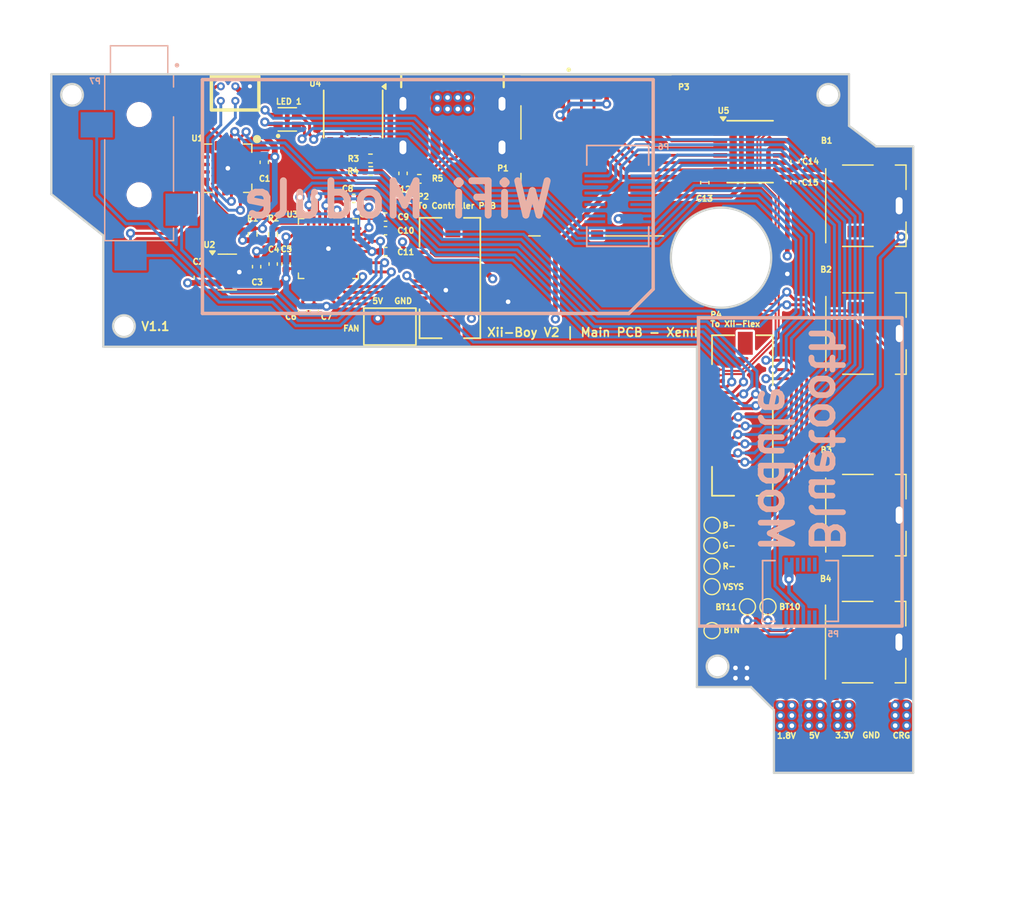
<source format=kicad_pcb>
(kicad_pcb (version 20240108) (generator "pcbnew") (generator_version "8.0")
  (layers (0 "F.Cu" signal) (1 "In1.Cu" signal) (2 "In2.Cu" signal) (31 "B.Cu" signal) (34 "B.Paste" user) (35 "F.Paste" user) (36 "B.SilkS" user "B.Silkscreen") (37 "F.SilkS" user "F.Silkscreen") (38 "B.Mask" user) (39 "F.Mask" user) (44 "Edge.Cuts" user))
  (net 0 "")
  (net 6 "/Volume +")
  (net 7 "/SYNC")
  (net 8 "+1V8")
  (net 9 "Net-(U2-C1N)")
  (net 10 "Net-(U2-C1P)")
  (net 12 "+2V5")
  (net 13 "Net-(U2-HPVSS)")
  (net 14 "GND")
  (net 15 "/HL")
  (net 16 "/HR")
  (net 17 "/HS")
  (net 18 "Net-(U2-REF)")
  (net 19 "Net-(U2-BYPASS)")
  (net 20 "+5V")
  (net 21 "Net-(J3-VDD)")
  (net 22 "Net-(U4-VDD)")
  (net 23 "VBUS")
  (net 24 "Net-(J2-CC1)")
  (net 26 "Net-(J2-CC2)")
  (net 27 "Net-(J3-DAT2)")
  (net 28 "Net-(J3-DAT0)")
  (net 29 "Net-(J3-DAT1)")
  (net 30 "Net-(J3-CLK)")
  (net 32 "Net-(J3-CMD)")
  (net 33 "Net-(J3-CD{slash}DAT3^2)")
  (net 34 "/GCC")
  (net 36 "/SDIO 6")
  (net 37 "/SDIO 3")
  (net 38 "/WS")
  (net 39 "/D-")
  (net 40 "/C")
  (net 41 "/SDIO 5")
  (net 42 "/R-")
  (net 44 "/D")
  (net 45 "/SDIO 4")
  (net 46 "/R+")
  (net 47 "/L+")
  (net 48 "/L-")
  (net 49 "/SDIO 2")
  (net 50 "/SDIO 1")
  (net 51 "+3.3V")
  (net 52 "/MC")
  (net 53 "/D+")
  (net 55 "Net-(J6-Pin_11)")
  (net 61 "Net-(J6-Pin_10)")
  (net 66 "Net-(LED1-R)")
  (net 67 "Net-(LED1-+)")
  (net 68 "Net-(LED1-G)")
  (net 69 "Net-(LED1-B)")
  (net 70 "/MCLR")
  (net 71 "/PGD")
  (net 72 "/PGC")
  (net 73 "Net-(U1-RC1)")
  (net 74 "Net-(U1-RC0)")
  (net 75 "Net-(U4-CFG1)")
  (net 76 "Net-(U4-VBUS)")
  (net 77 "/Volume -")
  (net 85 "Net-(TP14-Pad1)")
  (footprint "TestPoint:TestPoint_Pad_D1.0mm" (layer "F.Cu") (at 186.11 117.99 90)
    (property "Reference" "TP5" (hide yes))
    (property "Value" "TestPoint" (hide yes))
  )
  (footprint "TL3336AF160Q:SW_TL3336AF160Q" (layer "F.Cu") (at 197.545 83.0025 -90)
    (property "Reference" "U9" (hide yes))
    (property "Value" "~")
  )
  (footprint "5051101792:CON_5051101792_MOL" (layer "F.Cu") (at 183.88 101.3 90)
    (property "Reference" "J5" (hide yes))
    (property "Value" "Conn_01x17_Socket" (hide yes))
  )
  (footprint "Capacitor_SMD:C_0402_1005Metric" (layer "F.Cu") (at 142.97 88.09 -90)
    (property "Reference" "C7" (hide yes))
    (property "Value" "10 uf" (hide yes))
  )
  (footprint "Xenii-Voltage-Pad:Xenii-Voltage-Pad" (layer "F.Cu") (at 187.66274 131.075 90)
    (property "Reference" "TP2" (hide yes))
    (property "Value" "TestPoint" (hide yes))
  )
  (footprint "Package_TO_SOT_SMD:SOT-23-5" (layer "F.Cu") (at 138.97 88.7875)
    (property "Reference" "U3" (hide yes))
    (property "Value" "LP5907MFX-2.5" (hide yes))
  )
  (footprint "TL3336AF160Q:SW_TL3336AF160Q" (layer "F.Cu") (at 197.545 109.9925 -90)
    (property "Reference" "U6" (hide yes))
    (property "Value" "~" (hide yes))
  )
  (footprint "Capacitor_SMD:C_0402_1005Metric" (layer "F.Cu") (at 154.29 80.18 90)
    (property "Reference" "C15" (hide yes))
    (property "Value" "1uf" (hide yes))
  )
  (footprint "TestPoint:TestPoint_Pad_D1.0mm" (layer "F.Cu") (at 181.22 116.23 90)
    (property "Reference" "TP10" (hide yes))
    (property "Value" "TestPoint" (hide yes))
  )
  (footprint "TestPoint:TestPoint_Pad_D1.0mm" (layer "F.Cu") (at 184.32 117.99 90)
    (property "Reference" "TP4" (hide yes))
    (property "Value" "TestPoint" (hide yes))
  )
  (footprint "U-Amp PIC:U-Amp_pic" (layer "F.Cu") (at 139 79.73 -90)
    (property "Reference" "U1" (hide yes))
    (property "Value" "PIC16LF15324-I/JQ" (hide yes))
  )
  (footprint "B38G3RGB_10D0003H2U1930:LED_B38G3RGB-10D0003H2U1930" (layer "F.Cu") (at 144.2 75.47 90)
    (property "Reference" "LED1" (hide yes))
    (property "Value" "~")
  )
  (footprint "5033981892:MOLEX_503398-1892" (layer "F.Cu") (at 171.12 78.61)
    (property "Reference" "J3" (hide yes))
    (property "Value" "503398-1892" (hide yes))
  )
  (footprint "TL3336AF160Q:SW_TL3336AF160Q" (layer "F.Cu") (at 197.525 121.0725 -90)
    (property "Reference" "U8" (hide yes))
    (property "Value" "~" (hide yes))
  )
  (footprint "Capacitor_SMD:C_0402_1005Metric" (layer "F.Cu") (at 142.19 79.21 -90)
    (property "Reference" "C1" (hide yes))
    (property "Value" "1uf" (hide yes))
  )
  (footprint "CH224K:ESSOP-10" (layer "F.Cu") (at 153.0325 75.11 -90)
    (property "Reference" "U4" (hide yes))
    (property "Value" "CH224K" (hide yes))
  )
  (footprint "Xenii-Voltage-Pad:Xenii-Voltage-Pad" (layer "F.Cu") (at 192.67774 131.06 90)
    (property "Reference" "TP1" (hide yes))
    (property "Value" "TestPoint" (hide yes))
  )
  (footprint "Package_SO:SSOP-16_3.9x4.9mm_P0.635mm" (layer "F.Cu") (at 184.55 78.2875)
    (property "Reference" "U5" (hide yes))
    (property "Value" "GL823K" (hide yes))
  )
  (footprint "Capacitor_SMD:C_0402_1005Metric" (layer "F.Cu") (at 145.54 92.24 90)
    (property "Reference" "C9" (hide yes))
    (property "Value" "2.2 uf" (hide yes))
  )
  (footprint "Capacitor_SMD:C_0402_1005Metric" (layer "F.Cu") (at 152.77 83.99 180)
    (property "Reference" "C3" (hide yes))
    (property "Value" "2.2 uf" (hide yes))
  )
  (footprint "Resistor_SMD:R_0402_1005Metric" (layer "F.Cu") (at 151.48 79.97)
    (property "Reference" "R5" (hide yes))
    (property "Value" "10K Ohm" (hide yes))
  )
  (footprint "Capacitor_SMD:C_0402_1005Metric" (layer "F.Cu") (at 152.78 87 180)
    (property "Reference" "C6" (hide yes))
    (property "Value" "2.2 uf" (hide yes))
  )
  (footprint "U-Amp LM49450SQ:U-Amp LM49450SQ" (layer "F.Cu") (at 147.78 86.74 -90)
    (property "Reference" "U2" (hide yes))
    (property "Value" "LM49450SQ/NOPB" (hide yes))
  )
  (footprint "Capacitor_SMD:C_0402_1005Metric" (layer "F.Cu") (at 188.46 80.99 90)
    (property "Reference" "C10" (hide yes))
    (property "Value" "1uf" (hide yes))
  )
  (footprint "TestPoint:TestPoint_Pad_D1.0mm" (layer "F.Cu") (at 181.22 112.66 90)
    (property "Reference" "TP12" (hide yes))
    (property "Value" "TestPoint" (hide yes))
  )
  (footprint "TestPoint:TestPoint_Pad_D1.0mm" (layer "F.Cu") (at 181.24 110.88 90)
    (property "Reference" "TP13" (hide yes))
    (property "Value" "TestPoint" (hide yes))
  )
  (footprint "Resistor_SMD:R_0402_1005Metric" (layer "F.Cu") (at 142.96 85.5 -90)
    (property "Reference" "R2" (hide yes))
    (property "Value" "10k" (hide yes))
  )
  (footprint "Capacitor_SMD:C_0402_1005Metric" (layer "F.Cu") (at 188.46 79.15 90)
    (property "Reference" "C11" (hide yes))
    (property "Value" "4.7uf" (hide yes))
  )
  (footprint "Capacitor_SMD:C_0402_1005Metric" (layer "F.Cu") (at 146.55 92.24 90)
    (property "Reference" "C8" (hide yes))
    (property "Value" "2.2 uf" (hide yes))
  )
  (footprint "Capacitor_SMD:C_0402_1005Metric" (layer "F.Cu") (at 152.76 85.18 180)
    (property "Reference" "C5" (hide yes))
    (property "Value" "2.2 uf" (hide yes))
  )
  (footprint "Capacitor_SMD:C_0402_1005Metric" (layer "F.Cu") (at 149.99 82.36)
    (property "Reference" "C2" (hide yes))
    (property "Value" "2.2 uf" (hide yes))
  )
  (footprint "Capacitor_SMD:C_0402_1005Metric" (layer "F.Cu") (at 141.525 88.320184 -90)
    (property "Reference" "C13" (hide yes))
    (property "Value" "1uf" (hide yes))
  )
  (footprint "USB4125_GF_A:GCT_USB4125-GF-A_REVA2" (layer "F.Cu") (at 158.6 74.91 180)
    (property "Reference" "J2" (hide yes))
    (property "Value" "USB4125-GF-A_REVA2" (hide yes))
  )
  (footprint "Resistor_SMD:R_0402_1005Metric" (layer "F.Cu") (at 151.45 78.88)
    (property "Reference" "R4" (hide yes))
    (property "Value" "24K Ohm" (hide yes))
  )
  (footprint "Resistor_SMD:R_0402_1005Metric" (layer "F.Cu") (at 155.71 80.66 180)
    (property "Reference" "R3" (hide yes))
    (property "Value" "1K Ohm" (hide yes))
  )
  (footprint "Xenii-Voltage-Pad:Xenii-Voltage-Pad" (layer "F.Cu") (at 190.15774 131.075 90)
    (property "Reference" "TP3" (hide yes))
    (property "Value" "TestPoint" (hide yes))
  )
  (footprint "programming_header:programmer" (layer "F.Cu") (at 139.67 73.22)
    (property "Reference" "PH1" (hide yes))
    (property "Value" "GC+2_PROGRAMMING_HEADER" (hide yes))
  )
  (footprint "Xenii-Voltage-Pad:Xenii-Voltage-Pad" (layer "F.Cu") (at 197.735 131.065 90)
    (property "Reference" "TP9" (hide yes))
    (property "Value" "CHARGE" (hide yes))
  )
  (footprint "5051101092:CON_5051101092_MOL" (layer "F.Cu") (at 158.38 89.31 90)
    (property "Reference" "J4" (hide yes))
    (property "Value" "Conn_01x10_Socket" (hide yes))
  )
  (footprint "Xenii-Voltage-Pad:Xenii-Voltage-Pad" (layer "F.Cu") (at 195.115 131.065 90)
    (property "Reference" "TP8" (hide yes))
    (property "Value" "TestPoint" (hide yes))
  )
  (footprint "TL3336AF160Q:SW_TL3336AF160Q" (layer "F.Cu") (at 197.555 94.1525 -90)
    (property "Reference" "U7" (hide yes))
    (property "Value" "~")
  )
  (footprint "Xenii-Voltage-Pad:Xenii-Voltage-Pad" (layer "F.Cu") (at 152.1 93.54 90)
    (property "Reference" "TP6" (hide yes))
    (property "Value" "TestPoint" (hide yes))
  )
  (footprint "Capacitor_SMD:C_0402_1005Metric" (layer "F.Cu") (at 136.4375 89.2575 90)
    (property "Reference" "C12" (hide yes))
    (property "Value" "1uf" (hide yes))
  )
  (footprint "TestPoint:TestPoint_Pad_D1.0mm" (layer "F.Cu") (at 181.23 120.07)
    (property "Reference" "TP14" (hide yes))
    (property "Value" "BTN" (hide yes))
  )
  (footprint "Capacitor_SMD:C_0402_1005Metric" (layer "F.Cu") (at 144.09 88.09 -90)
    (property "Reference" "C4" (hide yes))
    (property "Value" "2.2 uf" (hide yes))
  )
  (footprint "TestPoint:TestPoint_Pad_D1.0mm" (layer "F.Cu") (at 181.23 114.45 90)
    (property "Reference" "TP11" (hide yes))
    (property "Value" "TestPoint" (hide yes))
  )
  (footprint "Capacitor_SMD:C_0402_1005Metric" (layer "F.Cu") (at 180.6 80.99 -90)
    (property "Reference" "C14" (hide yes))
    (property "Value" "4.7uf" (hide yes))
  )
  (footprint "Xenii-Voltage-Pad:Xenii-Voltage-Pad" (layer "F.Cu") (at 154.26 93.55 90)
    (property "Reference" "TP7" (hide yes))
    (property "Value" "TestPoint" (hide yes))
  )
  (footprint "Resistor_SMD:R_0402_1005Metric" (layer "F.Cu") (at 141.18 85.5 -90)
    (property "Reference" "R1" (hide yes))
    (property "Value" "10k" (hide yes))
  )
  (footprint "529910208:CON_529910208" (layer "B.Cu") (at 173.01 82.15 -90)
    (property "Reference" "J7" (hide yes))
    (property "Value" "Conn_02x10_Counter_Clockwise" (hide yes))
  )
  (footprint "SJ_3524_SMT_TR:CUI_SJ-3524-SMT" (layer "B.Cu") (at 131.28 75.0475 -90)
    (property "Reference" "J1" (hide yes))
    (property "Value" "SJ-3524-SMT" (hide yes))
  )
  (footprint "541020164:CON_541020164" (layer "B.Cu") (at 188.94 116.61 180)
    (property "Reference" "J6" (hide yes))
    (property "Value" "Conn_02x08_Counter_Clockwise" (hide yes))
  )
  (gr_line (start 176.1 90.27868) (end 173.97868 92.4) (stroke (width 0.3)) (layer "B.SilkS"))
  (gr_line (start 176.1 90.27868) (end 176.1 72) (stroke (width 0.3)) (layer "B.SilkS"))
  (gr_rect (start 180.05 92.775) (end 197.8 119.675) (stroke (width 0.3)) (fill none) (layer "B.SilkS"))
  (gr_line (start 176.1 72) (end 136.8 72) (stroke (width 0.3)) (layer "B.SilkS"))
  (gr_line (start 136.8 92.4) (end 173.97868 92.4) (stroke (width 0.3)) (layer "B.SilkS"))
  (gr_line (start 136.8 72) (end 136.8 92.4) (stroke (width 0.3)) (layer "B.SilkS"))
  (gr_rect (start 150.875 91.94) (end 155.415 95.155) (stroke (width 0.15)) (fill none) (layer "F.SilkS"))
  (gr_rect (start 137.58 71.72) (end 141.72 74.65) (stroke (width 0.3)) (fill none) (layer "F.SilkS"))
  (gr_line (start 186.630001 132.473016) (end 198.768175 132.473016) (stroke (width 0.2)) (layer "Edge.Cuts"))
  (gr_line (start 179.913407 124.991731) (end 184.630001 124.991731) (stroke (width 0.2)) (layer "Edge.Cuts"))
  (gr_circle (center 182.015855 87.531731) (end 182.015855 91.906731) (stroke (width 0.2)) (fill none) (layer "Edge.Cuts"))
  (gr_line (start 123.63 81.991731) (end 128.158046 85.60528) (stroke (width 0.2)) (layer "Edge.Cuts"))
  (gr_circle (center 125.43 73.33) (end 125.43 74.28) (stroke (width 0.2)) (fill none) (layer "Edge.Cuts"))
  (gr_line (start 198.768175 132.473016) (end 198.768175 77.83004) (stroke (width 0.2)) (layer "Edge.Cuts"))
  (gr_line (start 193.175177 71.53) (end 123.63 71.53) (stroke (width 0.2)) (layer "Edge.Cuts"))
  (gr_circle (center 129.958046 93.502865) (end 129.958046 94.452865) (stroke (width 0.2)) (fill none) (layer "Edge.Cuts"))
  (gr_line (start 186.630001 126.991732) (end 186.630001 132.473016) (stroke (width 0.2)) (layer "Edge.Cuts"))
  (gr_line (start 193.175177 76.034647) (end 193.175177 71.53) (stroke (width 0.2)) (layer "Edge.Cuts"))
  (gr_circle (center 191.375177 73.33) (end 191.375177 74.28) (stroke (width 0.2)) (fill none) (layer "Edge.Cuts"))
  (gr_line (start 128.158046 85.60528) (end 128.158046 95.302865) (stroke (width 0.2)) (layer "Edge.Cuts"))
  (gr_line (start 123.63 71.53) (end 123.63 81.991731) (stroke (width 0.2)) (layer "Edge.Cuts"))
  (gr_line (start 179.913407 95.302865) (end 179.913407 124.991731) (stroke (width 0.2)) (layer "Edge.Cuts"))
  (gr_circle (center 181.713407 123.191731) (end 181.713407 124.141731) (stroke (width 0.2)) (fill none) (layer "Edge.Cuts"))
  (gr_line (start 128.158046 95.302865) (end 179.913407 95.302865) (stroke (width 0.2)) (layer "Edge.Cuts"))
  (gr_line (start 184.630001 124.991731) (end 186.630001 126.991732) (stroke (width 0.2)) (layer "Edge.Cuts"))
  (gr_line (start 198.768175 77.83004) (end 195.53828 77.83004) (stroke (width 0.2)) (layer "Edge.Cuts"))
  (gr_line (start 195.53828 77.83004) (end 193.175177 76.034647) (stroke (width 0.2)) (layer "Edge.Cuts"))
  (gr_text "WiFi Module" (at 167.68 84.22 0) (layer "B.SilkS") (effects (font (size 3 3) (thickness 0.6) (bold yes)) (justify left bottom mirror)))
  (gr_text "P6" (at 177.575 78.155 0) (layer "B.SilkS") (effects (font (size 0.5 0.5) (thickness 0.125) (bold yes)) (justify left bottom mirror)))
  (gr_text "P7" (at 128.01 72.43 0) (layer "B.SilkS") (effects (font (size 0.5 0.5) (thickness 0.125) (bold yes)) (justify left bottom mirror)))
  (gr_text "Bluetooth\nModule" (at 185.11 113.47 270) (layer "B.SilkS") (effects (font (size 2.75 2.75) (thickness 0.5) (bold yes)) (justify left bottom mirror)))
  (gr_text "P5" (at 192.37 120.66 0) (layer "B.SilkS") (effects (font (size 0.5 0.5) (thickness 0.125) (bold yes)) (justify left bottom mirror)))
  (gr_text "R1" (at 140.62 84.405 0) (layer "F.SilkS") (effects (font (size 0.5 0.5) (thickness 0.125) (bold yes)) (justify left bottom)))
  (gr_text "C10" (at 153.725 85.465 0) (layer "F.SilkS") (effects (font (size 0.5 0.5) (thickness 0.125) (bold yes)) (justify left bottom)))
  (gr_text "C2" (at 135.875 88.175 0) (layer "F.SilkS") (effects (font (size 0.5 0.5) (thickness 0.125) (bold yes)) (justify left bottom)))
  (gr_text "GND" (at 194.27 129.485 0) (layer "F.SilkS") (effects (font (size 0.5 0.5) (thickness 0.125) (bold yes)) (justify left bottom)))
  (gr_text "C13" (at 179.765 82.665 0) (layer "F.SilkS") (effects (font (size 0.5 0.5) (thickness 0.125) (bold yes)) (justify left bottom)))
  (gr_text "U4\n" (at 146.05 72.635 0) (layer "F.SilkS") (effects (font (size 0.5 0.5) (thickness 0.125) (bold yes)) (justify left bottom)))
  (gr_text "B4" (at 190.575 115.835 0) (layer "F.SilkS") (effects (font (size 0.5 0.5) (thickness 0.125) (bold yes)) (justify left bottom)))
  (gr_text "B3\n" (at 190.625 104.6 0) (layer "F.SilkS") (effects (font (size 0.5 0.5) (thickness 0.125) (bold yes)) (justify left bottom)))
  (gr_text "Xii-Boy V2 | Main PCB - Xenii" (at 161.544 94.488 0) (layer "F.SilkS") (effects (font (size 0.75 0.75) (thickness 0.15) (bold yes)) (justify left bottom)))
  (gr_text "R3" (at 149.395 79.195 0) (layer "F.SilkS") (effects (font (size 0.5 0.5) (thickness 0.125) (bold yes)) (justify left bottom)))
  (gr_text "3.3V" (at 191.9 129.5 0) (layer "F.SilkS") (effects (font (size 0.5 0.5) (thickness 0.125) (bold yes)) (justify left bottom)))
  (gr_text "C6" (at 143.94 92.975 0) (layer "F.SilkS") (effects (font (size 0.5 0.5) (thickness 0.125) (bold yes)) (justify left bottom)))
  (gr_text "GND" (at 153.46 91.605 0) (layer "F.SilkS") (effects (font (size 0.5 0.5) (thickness 0.125) (bold yes)) (justify left bottom)))
  (gr_text "C12" (at 153.43 81.865 0) (layer "F.SilkS") (effects (font (size 0.5 0.5) (thickness 0.125) (bold yes)) (justify left bottom)))
  (gr_text "B-" (at 182.08 111.17 0) (layer "F.SilkS") (effects (font (size 0.5 0.5) (thickness 0.125) (bold yes)) (justify left bottom)))
  (gr_text "V1.1" (at 131.39 93.97 0) (layer "F.SilkS") (effects (font (size 0.75 0.75) (thickness 0.15) (bold yes)) (justify left bottom)))
  (gr_text "P4\nTo Xii-Flex" (at 181.01 93.61 0) (layer "F.SilkS") (effects (font (size 0.5 0.5) (thickness 0.125) (bold yes)) (justify left bottom)))
  (gr_text "U1" (at 135.765 77.41 0) (layer "F.SilkS") (effects (font (size 0.5 0.5) (thickness 0.125) (bold yes)) (justify left bottom)))
  (gr_text "BT10" (at 187.015 118.28 0) (layer "F.SilkS") (effects (font (size 0.5 0.5) (thickness 0.125) (bold yes)) (justify left bottom)))
  (gr_text "VSYS" (at 182.11 116.545 0) (layer "F.SilkS") (effects (font (size 0.5 0.5) (thickness 0.125) (bold yes)) (justify left bottom)))
  (gr_text "BTN" (at 182.155 120.31 0) (layer "F.SilkS") (effects (font (size 0.5 0.5) (thickness 0.125) (bold yes)) (justify left bottom)))
  (gr_text "C8" (at 148.89 81.805 0) (layer "F.SilkS") (effects (font (size 0.5 0.5) (thickness 0.125) (bold yes)) (justify left bottom)))
  (gr_text "R4" (at 149.365 80.275 0) (layer "F.SilkS") (effects (font (size 0.5 0.5) (thickness 0.125) (bold yes)) (justify left bottom)))
  (gr_text "P2\nTo Controller PCB" (at 155.49 83.3 0) (layer "F.SilkS") (effects (font (size 0.5 0.5) (thickness 0.125) (bold yes)) (justify left bottom)))
  (gr_text "C1" (at 141.655 80.93 0) (layer "F.SilkS") (effects (font (size 0.5 0.5) (thickness 0.125) (bold yes)) (justify left bottom)))
  (gr_text "C7" (at 147.05 92.975 0) (layer "F.SilkS") (effects (font (size 0.5 0.5) (thickness 0.125) (bold yes)) (justify left bottom)))
  (gr_text "C3" (at 141 89.965 0) (layer "F.SilkS") (effects (font (size 0.5 0.5) (thickness 0.125) (bold yes)) (justify left bottom)))
  (gr_text "5V" (at 151.545 91.61 0) (layer "F.SilkS") (effects (font (size 0.5 0.5) (thickness 0.125) (bold yes)) (justify left bottom)))
  (gr_text "P1\n" (at 162.435 80.03 0) (layer "F.SilkS") (effects (font (size 0.5 0.5) (thickness 0.125) (bold yes)) (justify left bottom)))
  (gr_text "U2\n" (at 136.825 86.7 0) (layer "F.SilkS") (effects (font (size 0.5 0.5) (thickness 0.125) (bold yes)) (justify left bottom)))
  (gr_text "R2" (at 142.435 84.39 0) (layer "F.SilkS") (effects (font (size 0.5 0.5) (thickness 0.125) (bold yes)) (justify left bottom)))
  (gr_text "R5" (at 156.73 80.915 0) (layer "F.SilkS") (effects (font (size 0.5 0.5) (thickness 0.125) (bold yes)) (justify left bottom)))
  (gr_text "C9" (at 153.745 84.27 0) (layer "F.SilkS") (effects (font (size 0.5 0.5) (thickness 0.125) (bold yes)) (justify left bottom)))
  (gr_text "C14" (at 189.015 79.425 0) (layer "F.SilkS") (effects (font (size 0.5 0.5) (thickness 0.125) (bold yes)) (justify left bottom)))
  (gr_text "5V\n" (at 189.615 129.515 0) (layer "F.SilkS") (effects (font (size 0.5 0.5) (thickness 0.125) (bold yes)) (justify left bottom)))
  (gr_text "U3" (at 144.055 84.05 0) (layer "F.SilkS") (effects (font (size 0.5 0.5) (thickness 0.125) (bold yes)) (justify left bottom)))
  (gr_text "CRG" (at 196.915 129.515 0) (layer "F.SilkS") (effects (font (size 0.5 0.5) (thickness 0.125) (bold yes)) (justify left bottom)))
  (gr_text "1.8V" (at 186.83 129.53 0) (layer "F.SilkS") (effects (font (size 0.5 0.5) (thickness 0.125) (bold yes)) (justify left bottom)))
  (gr_text "LED 1" (at 143.145 74.2 0) (layer "F.SilkS") (effects (font (size 0.5 0.5) (thickness 0.125) (bold yes)) (justify left bottom)))
  (gr_text "B2\n" (at 190.605 88.855 0) (layer "F.SilkS") (effects (font (size 0.5 0.5) (thickness 0.125) (bold yes)) (justify left bottom)))
  (gr_text "C15" (at 188.98 81.27 0) (layer "F.SilkS") (effects (font (size 0.5 0.5) (thickness 0.125) (bold yes)) (justify left bottom)))
  (gr_text "P3\n" (at 178.2 72.935 0) (layer "F.SilkS") (effects (font (size 0.5 0.5) (thickness 0.125) (bold yes)) (justify left bottom)))
  (gr_text "FAN" (at 149.01 94 0) (layer "F.SilkS") (effects (font (size 0.5 0.5) (thickness 0.125) (bold yes)) (justify left bottom)))
  (gr_text "U5\n" (at 181.65 75 0) (layer "F.SilkS") (effects (font (size 0.5 0.5) (thickness 0.125) (bold yes)) (justify left bottom)))
  (gr_text "G-" (at 182.075 112.935 0) (layer "F.SilkS") (effects (font (size 0.5 0.5) (thickness 0.125) (bold yes)) (justify left bottom)))
  (gr_text "C5" (at 143.55 87.075 0) (layer "F.SilkS") (effects (font (size 0.5 0.5) (thickness 0.125) (bold yes)) (justify left bottom)))
  (gr_text "R-" (at 182.085 114.745 0) (layer "F.SilkS") (effects (font (size 0.5 0.5) (thickness 0.125) (bold yes)) (justify left bottom)))
  (gr_text "C4" (at 142.445 87.1 0) (layer "F.SilkS") (effects (font (size 0.5 0.5) (thickness 0.125) (bold yes)) (justify left bottom)))
  (gr_text "BT11" (at 181.46 118.305 0) (layer "F.SilkS") (effects (font (size 0.5 0.5) (thickness 0.125) (bold yes)) (justify left bottom)))
  (gr_text "C11" (at 153.72 87.34 0) (layer "F.SilkS") (effects (font (size 0.5 0.5) (thickness 0.125) (bold yes)) (justify left bottom)))
  (gr_text "B1" (at 190.655 77.61 0) (layer "F.SilkS") (effects (font (size 0.5 0.5) (thickness 0.125) (bold yes)) (justify left bottom)))
  (segment (start 188.41 91.19) (end 187.75 90.53) (width 0.25) (layer "F.Cu") (net 6))
  (segment (start 189.39 91.19) (end 188.41 91.19) (width 0.25) (layer "F.Cu") (net 6))
  (segment (start 193.7375 92.17) (end 190.37 92.17) (width 0.25) (layer "F.Cu") (net 6))
  (segment (start 139.975 77.195) (end 140.61 76.56) (width 0.25) (layer "F.Cu") (net 6))
  (segment (start 194.005 91.9025) (end 193.7375 92.17) (width 0.25) (layer "F.Cu") (net 6))
  (segment (start 139.975 77.7675) (end 139.975 77.195) (width 0.25) (layer "F.Cu") (net 6))
  (segment (start 190.37 92.17) (end 189.39 91.19) (width 0.25) (layer "F.Cu") (net 6))
  (via (at 140.61 76.56) (size 0.8) (drill 0.4) (layers "F.Cu" "B.Cu") (net 6))
  (via (at 187.75 90.53) (size 0.8) (drill 0.4) (layers "F.Cu" "B.Cu") (net 6))
  (segment (start 182.033376 93.06) (end 185.22 93.06) (width 0.25) (layer "B.Cu") (net 6))
  (segment (start 152.53 80.12) (end 157.9 85.49) (width 0.25) (layer "B.Cu") (net 6))
  (segment (start 146.58 80.12) (end 152.53 80.12) (width 0.25) (layer "B.Cu") (net 6))
  (segment (start 141.21 77.52) (end 143.98 77.52) (width 0.25) (layer "B.Cu") (net 6))
  (segment (start 143.98 77.52) (end 146.58 80.12) (width 0.25) (layer "B.Cu") (net 6))
  (segment (start 164.78698 85.49) (end 171.49198 92.195) (width 0.25) (layer "B.Cu") (net 6))
  (segment (start 171.49198 92.195) (end 181.168376 92.195) (width 0.25) (layer "B.Cu") (net 6))
  (segment (start 157.9 85.49) (end 164.78698 85.49) (width 0.25) (layer "B.Cu") (net 6))
  (segment (start 181.168376 92.195) (end 182.033376 93.06) (width 0.25) (layer "B.Cu") (net 6))
  (segment (start 140.61 76.92) (end 141.21 77.52) (width 0.25) (layer "B.Cu") (net 6))
  (segment (start 185.22 93.06) (end 187.75 90.53) (width 0.25) (layer "B.Cu") (net 6))
  (segment (start 140.61 76.56) (end 140.61 76.92) (width 0.25) (layer "B.Cu") (net 6))
  (segment (start 193.995 85.2525) (end 197.2925 85.2525) (width 0.25) (layer "F.Cu") (net 7))
  (segment (start 197.735 85.695) (end 197.735 85.71) (width 0.25) (layer "F.Cu") (net 7))
  (segment (start 197.735 85.71) (end 197.75 85.71) (width 0.25) (layer "F.Cu") (net 7))
  (segment (start 197.75 85.71) (end 197.72 85.68) (width 0.25) (layer "F.Cu") (net 7))
  (segment (start 197.2925 85.2525) (end 197.735 85.695) (width 0.25) (layer "F.Cu") (net 7))
  (via (at 197.735 85.71) (size 0.8) (drill 0.4) (layers "F.Cu" "B.Cu") (net 7))
  (segment (start 188.69 118.146752) (end 186.714998 116.17175) (width 0.25) (layer "B.Cu") (net 7))
  (segment (start 186.714998 116.17175) (end 186.714998 107.925002) (width 0.25) (layer "B.Cu") (net 7))
  (segment (start 186.714998 107.925002) (end 195.9 98.74) (width 0.25) (layer "B.Cu") (net 7))
  (segment (start 195.9 87.545) (end 197.735 85.71) (width 0.25) (layer "B.Cu") (net 7))
  (segment (start 195.9 98.74) (end 195.9 87.545) (width 0.25) (layer "B.Cu") (net 7))
  (segment (start 188.69 118.91) (end 188.69 118.146752) (width 0.25) (layer "B.Cu") (net 7))
  (segment (start 142.19 78.73) (end 143.1 78.73) (width 0.5) (layer "F.Cu") (net 8))
  (segment (start 143.11 77.84) (end 143.11 78.74) (width 0.5) (layer "F.Cu") (net 8))
  (segment (start 142.165 78.755) (end 142.19 78.73) (width 0.3) (layer "F.Cu") (net 8))
  (segment (start 144.38526 86.46) (end 144.85526 85.99) (width 0.25) (layer "F.Cu") (net 8))
  (segment (start 154.749999 87.059999) (end 154.245 86.555) (width 0.3) (layer "F.Cu") (net 8))
  (segment (start 143.26 86.01) (end 143.71 86.46) (width 0.25) (layer "F.Cu") (net 8))
  (segment (start 140.3 86.01) (end 140.300014 86.01) (width 0.5) (layer "F.Cu") (net 8))
  (segment (start 155.93 87.059999) (end 154.749999 87.059999) (width 0.3) (layer "F.Cu") (net 8))
  (segment (start 141.23 74.145) (end 141.23 75.96) (width 0.5) (layer "F.Cu") (net 8))
  (segment (start 154.245 86.555) (end 154.245 86.155) (width 0.3) (layer "F.Cu") (net 8))
  (segment (start 143.71 86.46) (end 144.38526 86.46) (width 0.25) (layer "F.Cu") (net 8))
  (segment (start 142.96 86.01) (end 141.18 86.01) (width 0.5) (layer "F.Cu") (net 8))
  (segment (start 142.96 86.01) (end 143.26 86.01) (width 0.25) (layer "F.Cu") (net 8))
  (segment (start 140.9625 78.755) (end 142.165 78.755) (width 0.3) (layer "F.Cu") (net 8))
  (segment (start 143.1 78.73) (end 143.11 78.74) (width 0.5) (layer "F.Cu") (net 8))
  (segment (start 144.85526 85.99) (end 145.3425 85.99) (width 0.25) (layer "F.Cu") (net 8))
  (segment (start 141.23 75.96) (end 143.11 77.84) (width 0.5) (layer "F.Cu") (net 8))
  (segment (start 139.67 72.585) (end 141.23 74.145) (width 0.5) (layer "F.Cu") (net 8))
  (segment (start 141.18 86.01) (end 140.300014 86.01) (width 0.5) (layer "F.Cu") (net 8))
  (via (at 188.19 127.476521) (size 0.8) (drill 0.4) (layers "F.Cu" "B.Cu") (net 8))
  (via (at 154.245 86.155) (size 0.8) (drill 0.4) (layers "F.Cu" "B.Cu") (net 8))
  (via (at 140.300014 86.01) (size 0.8) (drill 0.4) (layers "F.Cu" "B.Cu") (net 8))
  (via (at 187.19 128.366521) (size 0.8) (drill 0.4) (layers "F.Cu" "B.Cu") (net 8))
  (via (at 143.11 78.74) (size 0.8) (drill 0.4) (layers "F.Cu" "B.Cu") (net 8))
  (via (at 187.19 126.586521) (size 0.8) (drill 0.4) (layers "F.Cu" "B.Cu") (net 8))
  (via (at 188.19 126.586521) (size 0.8) (drill 0.4) (layers "F.Cu" "B.Cu") (net 8))
  (via (at 187.19 127.476521) (size 0.8) (drill 0.4) (layers "F.Cu" "B.Cu") (net 8))
  (via (at 188.19 128.366521) (size 0.8) (drill 0.4) (layers "F.Cu" "B.Cu") (net 8))
  (segment (start 143.11 82.72) (end 143.11 78.74) (width 0.5) (layer "B.Cu") (net 8))
  (segment (start 140.300014 86.01) (end 140.300014 85.529986) (width 0.5) (layer "B.Cu") (net 8))
  (segment (start 140.300014 85.529986) (end 143.11 82.72) (width 0.5) (layer "B.Cu") (net 8))
  (segment (start 150.2175 85.49) (end 150.724754 85.49) (width 0.25) (layer "F.Cu") (net 9))
  (segment (start 151.312348 83.132652) (end 150.932653 83.132652) (width 0.25) (layer "F.Cu") (net 9))
  (segment (start 150.932653 83.132652) (end 150.47 82.669999) (width 0.25) (layer "F.Cu") (net 9))
  (segment (start 150.724754 85.49) (end 151.319754 84.895) (width 0.25) (layer "F.Cu") (net 9))
  (segment (start 150.47 82.669999) (end 150.47 82.36) (width 0.25) (layer "F.Cu") (net 9))
  (via (at 151.319754 84.895) (size 0.8) (drill 0.4) (layers "F.Cu" "B.Cu") (net 9))
  (via (at 151.312348 83.132652) (size 0.8) (drill 0.4) (layers "F.Cu" "B.Cu") (net 9))
  (segment (start 151.312348 83.132652) (end 151.319754 83.140058) (width 0.25) (layer "B.Cu") (net 9))
  (segment (start 151.319754 83.140058) (end 151.319754 84.895) (width 0.25) (layer "B.Cu") (net 9))
  (segment (start 149.53 84.3025) (end 149.53 82.38) (width 0.25) (layer "F.Cu") (net 10))
  (segment (start 149.53 82.38) (end 149.51 82.36) (width 0.25) (layer "F.Cu") (net 10))
  (segment (start 151.5725 86.9925) (end 151.58 87) (width 0.25) (layer "F.Cu") (net 12))
  (segment (start 152.29 83.99) (end 150.693104 83.99) (width 0.5) (layer "F.Cu") (net 12))
  (segment (start 150.2175 84.99) (end 150.2175 83.689384) (width 0.25) (layer "F.Cu") (net 12))
  (segment (start 141.525 86.975) (end 141.52 86.97) (width 0.5) (layer "F.Cu") (net 12))
  (segment (start 150.693104 83.99) (end 150.304994 83.60189) (width 0.5) (layer "F.Cu") (net 12))
  (segment (start 141.522316 87.8375) (end 141.525 87.840184) (width 0.5) (layer "F.Cu") (net 12))
  (segment (start 141.525 87.840184) (end 141.525 86.975) (width 0.5) (layer "F.Cu") (net 12))
  (segment (start 140.1075 87.8375) (end 141.522316 87.8375) (width 0.5) (layer "F.Cu") (net 12))
  (segment (start 152.3 87) (end 151.58 87) (width 0.5) (layer "F.Cu") (net 12))
  (segment (start 150.2175 83.689384) (end 150.304994 83.60189) (width 0.25) (layer "F.Cu") (net 12))
  (segment (start 150.2175 86.9925) (end 151.5725 86.9925) (width 0.25) (layer "F.Cu") (net 12))
  (via (at 141.52 86.97) (size 0.8) (drill 0.4) (layers "F.Cu" "B.Cu") (net 12))
  (via (at 151.58 87) (size 0.8) (drill 0.4) (layers "F.Cu" "B.Cu") (net 12))
  (via (at 150.304994 83.60189) (size 0.8) (drill 0.4) (layers "F.Cu" "B.Cu") (net 12))
  (segment (start 150.305 85.725) (end 150.305 84.3) (width 0.5) (layer "B.Cu") (net 12))
  (segment (start 142.19 86.97) (end 142.89 86.27) (width 0.5) (layer "B.Cu") (net 12))
  (segment (start 150.305 83.601896) (end 150.304994 83.60189) (width 0.5) (layer "B.Cu") (net 12))
  (segment (start 141.52 86.97) (end 142.19 86.97) (width 0.5) (layer "B.Cu") (net 12))
  (segment (start 142.89 84.92) (end 143.51 84.3) (width 0.5) (layer "B.Cu") (net 12))
  (segment (start 142.89 86.27) (end 142.89 84.92) (width 0.5) (layer "B.Cu") (net 12))
  (segment (start 151.58 87) (end 150.305 85.725) (width 0.5) (layer "B.Cu") (net 12))
  (segment (start 143.51 84.3) (end 150.305 84.3) (width 0.5) (layer "B.Cu") (net 12))
  (segment (start 150.305 84.3) (end 150.305 83.601896) (width 0.5) (layer "B.Cu") (net 12))
  (segment (start 152.28 85.18) (end 152.183777 85.18) (width 0.25) (layer "F.Cu") (net 13))
  (segment (start 152.183777 85.18) (end 151.713777 85.65) (width 0.25) (layer "F.Cu") (net 13))
  (segment (start 150.91 85.99) (end 150.2175 85.99) (width 0.25) (layer "F.Cu") (net 13))
  (segment (start 151.713777 85.65) (end 151.25 85.65) (width 0.25) (layer "F.Cu") (net 13))
  (segment (start 151.25 85.65) (end 150.91 85.99) (width 0.25) (layer "F.Cu") (net 13))
  (via (at 184.275 123.32) (size 0.8) (drill 0.4) (layers "F.Cu" "B.Cu") (net 14))
  (via (at 183.275 124.21) (size 0.8) (drill 0.4) (layers "F.Cu" "B.Cu") (net 14))
  (via (at 158.02 90.37) (size 0.8) (drill 0.4) (layers "F.Cu" "B.Cu") (net 14))
  (via (at 183.275 123.32) (size 0.8) (drill 0.4) (layers "F.Cu" "B.Cu") (net 14))
  (via (at 184.275 124.21) (size 0.8) (drill 0.4) (layers "F.Cu" "B.Cu") (net 14))
  (via (at 147.785 86.745) (size 0.8) (drill 0.4) (layers "F.Cu" "B.Cu") (net 14))
  (via (at 163.45 91.38) (size 0.8) (drill 0.4) (layers "F.Cu" "B.Cu") (net 14))
  (via (at 140.015 88.79) (size 0.8) (drill 0.4) (layers "F.Cu" "B.Cu") (net 14))
  (via (at 187.795 88.95) (size 0.8) (drill 0.4) (layers "F.Cu" "B.Cu") (net 14))
  (via (at 139.015 79.735) (size 0.8) (drill 0.4) (layers "F.Cu" "B.Cu") (net 14))
  (segment (start 151.436396 86.1) (end 151.043896 86.4925) (width 0.25) (layer "F.Cu") (net 15))
  (segment (start 152.32 86.09) (end 152.31 86.1) (width 0.25) (layer "F.Cu") (net 15))
  (segment (start 152.31 86.1) (end 151.436396 86.1) (width 0.25) (layer "F.Cu") (net 15))
  (segment (start 151.043896 86.4925) (end 150.2175 86.4925) (width 0.25) (layer "F.Cu") (net 15))
  (via (at 152.32 86.09) (size 0.8) (drill 0.4) (layers "F.Cu" "B.Cu") (net 15))
  (segment (start 151.94 87.67) (end 151.94 89.067208) (width 0.25) (layer "B.Cu") (net 15))
  (segment (start 145.34 92.56) (end 143.28 90.5) (width 0.25) (layer "B.Cu") (net 15))
  (segment (start 134.98 86.857208) (end 134.98 83.3475) (width 0.25) (layer "B.Cu") (net 15))
  (segment (start 152.32 86.09) (end 152.32 87.29) (width 0.25) (layer "B.Cu") (net 15))
  (segment (start 152.32 87.29) (end 151.94 87.67) (width 0.25) (layer "B.Cu") (net 15))
  (segment (start 138.622792 90.5) (end 134.98 86.857208) (width 0.25) (layer "B.Cu") (net 15))
  (segment (start 151.94 89.067208) (end 148.447208 92.56) (width 0.25) (layer "B.Cu") (net 15))
  (segment (start 148.447208 92.56) (end 145.34 92.56) (width 0.25) (layer "B.Cu") (net 15))
  (segment (start 143.28 90.5) (end 138.622792 90.5) (width 0.25) (layer "B.Cu") (net 15))
  (segment (start 151.51 87.97) (end 152.68 87.97) (width 0.25) (layer "F.Cu") (net 16))
  (segment (start 151.0325 87.4925) (end 151.51 87.97) (width 0.25) (layer "F.Cu") (net 16))
  (segment (start 150.2175 87.4925) (end 151.0325 87.4925) (width 0.25) (layer "F.Cu") (net 16))
  (via (at 152.68 87.97) (size 0.8) (drill 0.4) (layers "F.Cu" "B.Cu") (net 16))
  (segment (start 127.58 82.02) (end 127.58 75.9475) (width 0.25) (layer "B.Cu") (net 16))
  (segment (start 138.446396 90.96) (end 132.056396 84.57) (width 0.25) (layer "B.Cu") (net 16))
  (segment (start 143.1 90.96) (end 138.446396 90.96) (width 0.25) (layer "B.Cu") (net 16))
  (segment (start 130.13 84.57) (end 127.58 82.02) (width 0.25) (layer "B.Cu") (net 16))
  (segment (start 152.68 87.97) (end 152.39 88.26) (width 0.25) (layer "B.Cu") (net 16))
  (segment (start 152.68 87.97) (end 152.68 87.996969) (width 0.25) (layer "B.Cu") (net 16))
  (segment (start 152.39 88.26) (end 152.39 89.253604) (width 0.25) (layer "B.Cu") (net 16))
  (segment (start 148.633604 93.01) (end 145.15 93.01) (width 0.25) (layer "B.Cu") (net 16))
  (segment (start 152.39 89.253604) (end 148.633604 93.01) (width 0.25) (layer "B.Cu") (net 16))
  (segment (start 145.15 93.01) (end 143.1 90.96) (width 0.25) (layer "B.Cu") (net 16))
  (segment (start 132.056396 84.57) (end 130.13 84.57) (width 0.25) (layer "B.Cu") (net 16))
  (segment (start 151.679613 88.779613) (end 153.266969 88.779613) (width 0.25) (layer "F.Cu") (net 17))
  (segment (start 136.707236 80.055) (end 136.3 80.462236) (width 0.25) (layer "F.Cu") (net 17))
  (segment (start 136.3 83.66) (end 134.550002 85.409998) (width 0.25) (layer "F.Cu") (net 17))
  (segment (start 137.0375 80.055) (end 136.707236 80.055) (width 0.25) (layer "F.Cu") (net 17))
  (segment (start 150.2175 87.9925) (end 150.8925 87.9925) (width 0.25) (layer "F.Cu") (net 17))
  (segment (start 150.8925 87.9925) (end 151.679613 88.779613) (width 0.25) (layer "F.Cu") (net 17))
  (segment (start 136.3 80.462236) (end 136.3 83.66) (width 0.25) (layer "F.Cu") (net 17))
  (segment (start 134.550002 85.409998) (end 130.53 85.409998) (width 0.25) (layer "F.Cu") (net 17))
  (via (at 130.53 85.409998) (size 0.8) (drill 0.4) (layers "F.Cu" "B.Cu") (net 17))
  (via (at 153.266969 88.779613) (size 0.8) (drill 0.4) (layers "F.Cu" "B.Cu") (net 17))
  (segment (start 148.82 93.46) (end 144.94 93.46) (width 0.25) (layer "B.Cu") (net 17))
  (segment (start 153.266969 88.779613) (end 153.266969 89.013031) (width 0.25) (layer "B.Cu") (net 17))
  (segment (start 144.94 93.46) (end 142.89 91.41) (width 0.25) (layer "B.Cu") (net 17))
  (segment (start 142.89 91.41) (end 138.25 91.41) (width 0.25) (layer "B.Cu") (net 17))
  (segment (start 134.1875 87.3475) (end 130.53 87.3475) (width 0.25) (layer "B.Cu") (net 17))
  (segment (start 130.53 85.409998) (end 130.53 87.3475) (width 0.25) (layer "B.Cu") (net 17))
  (segment (start 153.266969 89.013031) (end 148.82 93.46) (width 0.25) (layer "B.Cu") (net 17))
  (segment (start 138.25 91.41) (end 134.1875 87.3475) (width 0.25) (layer "B.Cu") (net 17))
  (segment (start 143.59 86.99) (end 145.3425 86.99) (width 0.25) (layer "F.Cu") (net 18))
  (segment (start 142.97 87.61) (end 143.59 86.99) (width 0.25) (layer "F.Cu") (net 18))
  (segment (start 145.54 91.33) (end 145.54 91.76) (width 0.25) (layer "F.Cu") (net 19))
  (segment (start 146.03 90.84) (end 145.54 91.33) (width 0.25) (layer "F.Cu") (net 19))
  (segment (start 146.03 89.1775) (end 146.03 90.84) (width 0.25) (layer "F.Cu") (net 19))
  (segment (start 160.255 90.22) (end 160.255 92.83) (width 0.3) (layer "F.Cu") (net 20))
  (segment (start 171.815 82.18) (end 167.575 86.42) (width 0.4) (layer "F.Cu") (net 20))
  (segment (start 167.575 86.42) (end 167.575 92.88) (width 0.4) (layer "F.Cu") (net 20))
  (segment (start 155.93 88.559999) (end 158.594999 88.559999) (width 0.3) (layer "F.Cu") (net 20))
  (segment (start 188.215 79.875) (end 188.46 79.63) (width 0.4) (layer "F.Cu") (net 20))
  (segment (start 183.79 81.275) (end 182.885 82.18) (width 0.4) (layer "F.Cu") (net 20))
  (segment (start 183.79 75.85) (end 183.79 81.275) (width 0.4) (layer "F.Cu") (net 20))
  (segment (start 185.135 74.505) (end 183.79 75.85) (width 0.4) (layer "F.Cu") (net 20))
  (segment (start 158.594999 88.559999) (end 160.255 90.22) (width 0.3) (layer "F.Cu") (net 20))
  (segment (start 188.46 79.63) (end 188.769999 79.63) (width 0.4) (layer "F.Cu") (net 20))
  (segment (start 188.769999 79.63) (end 189.73 78.669999) (width 0.4) (layer "F.Cu") (net 20))
  (segment (start 182.885 82.18) (end 171.815 82.18) (width 0.4) (layer "F.Cu") (net 20))
  (segment (start 189.73 75.54) (end 188.695 74.505) (width 0.4) (layer "F.Cu") (net 20))
  (segment (start 188.695 74.505) (end 185.135 74.505) (width 0.4) (layer "F.Cu") (net 20))
  (segment (start 189.73 78.669999) (end 189.73 75.54) (width 0.4) (layer "F.Cu") (net 20))
  (segment (start 187.15 79.875) (end 188.215 79.875) (width 0.4) (layer "F.Cu") (net 20))
  (via (at 152.09 92.83) (size 0.8) (drill 0.4) (layers "F.Cu" "B.Cu") (net 20))
  (via (at 190.66 128.355) (size 0.8) (drill 0.4) (layers "F.Cu" "B.Cu") (net 20))
  (via (at 160.255 92.83) (size 0.8) (drill 0.4) (layers "F.Cu" "B.Cu") (net 20))
  (via (at 190.66 126.575) (size 0.8) (drill 0.4) (layers "F.Cu" "B.Cu") (net 20))
  (via (at 189.66 128.355) (size 0.8) (drill 0.4) (layers "F.Cu" "B.Cu") (net 20))
  (via (at 190.66 127.465) (size 0.8) (drill 0.4) (layers "F.Cu" "B.Cu") (net 20))
  (via (at 167.575 92.88) (size 0.8) (drill 0.4) (layers "F.Cu" "B.Cu") (net 20))
  (via (at 189.66 126.575) (size 0.8) (drill 0.4) (layers "F.Cu" "B.Cu") (net 20))
  (via (at 189.66 127.465) (size 0.8) (drill 0.4) (layers "F.Cu" "B.Cu") (net 20))
  (segment (start 172.04 74.13) (end 172.04 74.09) (width 0.25) (layer "F.Cu") (net 21))
  (segment (start 172.04 72.985) (end 172.04 74.13) (width 0.4) (layer "F.Cu") (net 21))
  (segment (start 167.970012 75.080006) (end 173.400006 80.51) (width 0.4) (layer "F.Cu") (net 21))
  (segment (start 173.400006 80.51) (end 181.95 80.51) (width 0.4) (layer "F.Cu") (net 21))
  (via (at 167.970012 75.080006) (size 0.8) (drill 0.4) (layers "F.Cu" "B.Cu") (net 21))
  (via (at 172.04 74.13) (size 0.8) (drill 0.4) (layers "F.Cu" "B.Cu") (net 21))
  (segment (start 172.04 74.13) (end 168.92 74.13) (width 0.4) (layer "B.Cu") (net 21))
  (segment (start 168.92 74.13) (end 167.97 75.08) (width 0.4) (layer "B.Cu") (net 21))
  (segment (start 151.9425 73.3325) (end 151.9425 72.46) (width 0.5) (layer "F.Cu") (net 22))
  (segment (start 154.29 80.66) (end 153.980001 80.66) (width 0.5) (layer "F.Cu") (net 22))
  (segment (start 153.980001 80.66) (end 153.18 79.859999) (width 0.5) (layer "F.Cu") (net 22))
  (segment (start 153.18 74.57) (end 151.9425 73.3325) (width 0.5) (layer "F.Cu") (net 22))
  (segment (start 153.18 79.859999) (end 153.18 74.57) (width 0.5) (layer "F.Cu") (net 22))
  (segment (start 154.29 80.66) (end 155.2 80.66) (width 0.5) (layer "F.Cu") (net 22))
  (segment (start 156.22 80.826412) (end 155.591412 81.455) (width 0.55) (layer "F.Cu") (net 23))
  (segment (start 155.591412 81.455) (end 153.749924 81.455) (width 0.55) (layer "F.Cu") (net 23))
  (segment (start 153.749924 81.455) (end 152.264924 79.97) (width 0.55) (layer "F.Cu") (net 23))
  (segment (start 157.08 77.99) (end 157.08 78.75) (width 0.55) (layer "F.Cu") (net 23))
  (segment (start 156.22 79.61) (end 156.219999 79.610001) (width 0.5) (layer "F.Cu") (net 23))
  (segment (start 152.264924 79.97) (end 151.99 79.97) (width 0.55) (layer "F.Cu") (net 23))
  (segment (start 156.22 79.61) (end 156.22 80.66) (width 0.55) (layer "F.Cu") (net 23))
  (segment (start 157.08 78.75) (end 156.219999 79.610001) (width 0.55) (layer "F.Cu") (net 23))
  (segment (start 156.22 80.66) (end 156.22 80.826412) (width 0.55) (layer "F.Cu") (net 23))
  (via (at 159.945 74.565) (size 0.8) (drill 0.4) (layers "F.Cu" "B.Cu") (net 23))
  (via (at 159.065 74.565) (size 0.8) (drill 0.4) (layers "F.Cu" "B.Cu") (net 23))
  (via (at 198.2 127.465) (size 0.8) (drill 0.4) (layers "F.Cu" "B.Cu") (net 23))
  (via (at 159.065 73.565) (size 0.8) (drill 0.4) (layers "F.Cu" "B.Cu") (net 23))
  (via (at 157.285 74.565) (size 0.8) (drill 0.4) (layers "F.Cu" "B.Cu") (net 23))
  (via (at 157.285 73.565) (size 0.8) (drill 0.4) (layers "F.Cu" "B.Cu") (net 23))
  (via (at 197.2 126.575) (size 0.8) (drill 0.4) (layers "F.Cu" "B.Cu") (net 23))
  (via (at 198.2 126.575) (size 0.8) (drill 0.4) (layers "F.Cu" "B.Cu") (net 23))
  (via (at 158.175 73.565) (size 0.8) (drill 0.4) (layers "F.Cu" "B.Cu") (net 23))
  (via (at 197.2 128.355) (size 0.8) (drill 0.4) (layers "F.Cu" "B.Cu") (net 23))
  (via (at 197.2 127.465) (size 0.8) (drill 0.4) (layers "F.Cu" "B.Cu") (net 23))
  (via (at 158.175 74.565) (size 0.8) (drill 0.4) (layers "F.Cu" "B.Cu") (net 23))
  (via (at 198.2 128.355) (size 0.8) (drill 0.4) (layers "F.Cu" "B.Cu") (net 23))
  (via (at 159.945 73.565) (size 0.8) (drill 0.4) (layers "F.Cu" "B.Cu") (net 23))
  (segment (start 153.32 82.51) (end 151.875 81.065) (width 0.25) (layer "F.Cu") (net 24))
  (segment (start 159.1 77.99) (end 159.1 78.59) (width 0.25) (layer "F.Cu") (net 24))
  (segment (start 148.935 76.685) (end 148.9425 76.6925) (width 0.25) (layer "F.Cu") (net 24))
  (segment (start 150.145 81.065) (end 147.3625 78.2825) (width 0.25) (layer "F.Cu") (net 24))
  (segment (start 158.775 78.915) (end 158.415 78.915) (width 0.25) (layer "F.Cu") (net 24))
  (segment (start 156.025668 82.51) (end 153.32 82.51) (width 0.25) (layer "F.Cu") (net 24))
  (segment (start 159.1 78.59) (end 158.775 78.915) (width 0.25) (layer "F.Cu") (net 24))
  (segment (start 157.27 80.06) (end 157.27 81.265668) (width 0.25) (layer "F.Cu") (net 24))
  (segment (start 151.875 81.065) (end 150.145 81.065) (width 0.25) (layer "F.Cu") (net 24))
  (segment (start 147.3625 76.685) (end 148.935 76.685) (width 0.25) (layer "F.Cu") (net 24))
  (segment (start 147.3625 78.2825) (end 147.3625 76.685) (width 0.25) (layer "F.Cu") (net 24))
  (segment (start 158.415 78.915) (end 157.27 80.06) (width 0.25) (layer "F.Cu") (net 24))
  (segment (start 157.27 81.265668) (end 156.025668 82.51) (width 0.25) (layer "F.Cu") (net 24))
  (segment (start 148.9425 76.6925) (end 148.9425 77.56) (width 0.25) (layer "F.Cu") (net 24))
  (segment (start 155.83994 82.055) (end 156.82 81.07494) (width 0.25) (layer "F.Cu") (net 26))
  (segment (start 156.82 81.07494) (end 156.82 79.87) (width 0.25) (layer "F.Cu") (net 26))
  (segment (start 150.335 80.615) (end 152.061396 80.615) (width 0.25) (layer "F.Cu") (net 26))
  (segment (start 147.9425 78.2225) (end 150.335 80.615) (width 0.25) (layer "F.Cu") (net 26))
  (segment (start 153.501396 82.055) (end 155.83994 82.055) (width 0.25) (layer "F.Cu") (net 26))
  (segment (start 156.82 79.87) (end 158.1 78.59) (width 0.25) (layer "F.Cu") (net 26))
  (segment (start 147.9425 77.56) (end 147.9425 78.2225) (width 0.25) (layer "F.Cu") (net 26))
  (segment (start 152.061396 80.615) (end 153.501396 82.055) (width 0.25) (layer "F.Cu") (net 26))
  (segment (start 158.1 78.59) (end 158.1 77.99) (width 0.25) (layer "F.Cu") (net 26))
  (segment (start 168.74 72.985) (end 168.74 74.94) (width 0.25) (layer "F.Cu") (net 27))
  (segment (start 168.74 74.94) (end 173.675 79.875) (width 0.25) (layer "F.Cu") (net 27))
  (segment (start 173.675 79.875) (end 181.95 79.875) (width 0.25) (layer "F.Cu") (net 27))
  (segment (start 175.34 74.96) (end 175.34 72.985) (width 0.25) (layer "F.Cu") (net 28))
  (segment (start 177.715 77.335) (end 175.34 74.96) (width 0.25) (layer "F.Cu") (net 28))
  (segment (start 181.95 77.335) (end 177.715 77.335) (width 0.25) (layer "F.Cu") (net 28))
  (segment (start 176.44 74.96) (end 176.44 72.985) (width 0.25) (layer "F.Cu") (net 29))
  (segment (start 178.18 76.7) (end 176.44 74.96) (width 0.25) (layer "F.Cu") (net 29))
  (segment (start 181.95 76.7) (end 178.18 76.7) (width 0.25) (layer "F.Cu") (net 29))
  (segment (start 181.95 77.97) (end 176.15 77.97) (width 0.25) (layer "F.Cu") (net 30))
  (segment (start 176.15 77.97) (end 173.14 74.96) (width 0.25) (layer "F.Cu") (net 30))
  (segment (start 173.14 74.96) (end 173.14 72.985) (width 0.25) (layer "F.Cu") (net 30))
  (segment (start 170.94 74.97) (end 174.575 78.605) (width 0.25) (layer "F.Cu") (net 32))
  (segment (start 174.575 78.605) (end 181.95 78.605) (width 0.25) (layer "F.Cu") (net 32))
  (segment (start 170.94 72.985) (end 170.94 74.97) (width 0.25) (layer "F.Cu") (net 32))
  (segment (start 169.84 74.96) (end 174.12 79.24) (width 0.25) (layer "F.Cu") (net 33))
  (segment (start 174.12 79.24) (end 181.95 79.24) (width 0.25) (layer "F.Cu") (net 33))
  (segment (start 169.84 72.985) (end 169.84 74.96) (width 0.25) (layer "F.Cu") (net 33))
  (segment (start 182.050001 101.799999) (end 183.15 100.7) (width 0.25) (layer "F.Cu") (net 34))
  (segment (start 184.800306 100.7) (end 185.052731 100.447575) (width 0.25) (layer "F.Cu") (net 34))
  (segment (start 155.93 89.56) (end 155.08 89.56) (width 0.25) (layer "F.Cu") (net 34))
  (segment (start 181.43 101.799999) (end 182.050001 101.799999) (width 0.25) (layer "F.Cu") (net 34))
  (segment (start 183.15 100.7) (end 184.800306 100.7) (width 0.25) (layer "F.Cu") (net 34))
  (segment (start 155.08 89.56) (end 154.625 89.105) (width 0.25) (layer "F.Cu") (net 34))
  (via (at 185.052731 100.447575) (size 0.8) (drill 0.4) (layers "F.Cu" "B.Cu") (net 34))
  (via (at 154.625 89.105) (size 0.8) (drill 0.4) (layers "F.Cu" "B.Cu") (net 34))
  (segment (start 182.223463 98.698463) (end 182.223463 97.068463) (width 0.25) (layer "B.Cu") (net 34))
  (segment (start 183.97 100.445) (end 182.223463 98.698463) (width 0.25) (layer "B.Cu") (net 34))
  (segment (start 180.05 94.895) (end 160.415 94.895) (width 0.25) (layer "B.Cu") (net 34))
  (segment (start 185.050156 100.445) (end 183.97 100.445) (width 0.25) (layer "B.Cu") (net 34))
  (segment (start 182.223463 97.068463) (end 180.05 94.895) (width 0.25) (layer "B.Cu") (net 34))
  (segment (start 185.052731 100.447575) (end 185.050156 100.445) (width 0.25) (layer "B.Cu") (net 34))
  (segment (start 154.625 89.105) (end 154.61 89.105) (width 0.25) (layer "B.Cu") (net 34))
  (segment (start 160.415 94.895) (end 154.625 89.105) (width 0.25) (layer "B.Cu") (net 34))
  (segment (start 154.61 89.105) (end 154.645 89.07) (width 0.25) (layer "B.Cu") (net 34))
  (segment (start 182.230001 102.8) (end 182.3 102.730001) (width 0.25) (layer "F.Cu") (net 36))
  (segment (start 181.43 102.8) (end 182.230001 102.8) (width 0.25) (layer "F.Cu") (net 36))
  (segment (start 182.3 102.273604) (end 183.143604 101.43) (width 0.25) (layer "F.Cu") (net 36))
  (segment (start 182.3 102.730001) (end 182.3 102.273604) (width 0.25) (layer "F.Cu") (net 36))
  (segment (start 183.143604 101.43) (end 183.51 101.43) (width 0.25) (layer "F.Cu") (net 36))
  (via (at 183.51 101.43) (size 0.8) (drill 0.4) (layers "F.Cu" "B.Cu") (net 36))
  (segment (start 191.9 96.11302) (end 186.59302 101.42) (width 0.25) (layer "B.Cu") (net 36))
  (segment (start 186.59302 101.42) (end 183.52 101.42) (width 0.25) (layer "B.Cu") (net 36))
  (segment (start 183.52 101.42) (end 183.51 101.43) (width 0.25) (layer "B.Cu") (net 36))
  (segment (start 176.160001 81.9) (end 178.580001 79.48) (width 0.25) (layer "B.Cu") (net 36))
  (segment (start 186.685 79.48) (end 191.9 84.695) (width 0.25) (layer "B.Cu") (net 36))
  (segment (start 178.580001 79.48) (end 186.685 79.48) (width 0.25) (layer "B.Cu") (net 36))
  (segment (start 191.9 84.695) (end 191.9 96.11302) (width 0.25) (layer "B.Cu") (net 36))
  (segment (start 175.010001 81.9) (end 176.160001 81.9) (width 0.25) (layer "B.Cu") (net 36))
  (segment (start 184.098239 103.78) (end 183.159189 103.78) (width 0.25) (layer "F.Cu") (net 37))
  (segment (start 183.159189 103.78) (end 182.63919 104.299999) (width 0.25) (layer "F.Cu") (net 37))
  (segment (start 182.63919 104.299999) (end 181.43 104.299999) (width 0.25) (layer "F.Cu") (net 37))
  (via (at 184.098239 103.78) (size 0.8) (drill 0.4) (layers "F.Cu" "B.Cu") (net 37))
  (segment (start 173.28 79.625) (end 174.775 78.13) (width 0.25) (layer "B.Cu") (net 37))
  (segment (start 171.010001 81.9) (end 172.160001 81.9) (width 0.25) (layer "B.Cu") (net 37))
  (segment (start 172.160001 81.9) (end 173.28 80.780001) (width 0.25) (layer "B.Cu") (net 37))
  (segment (start 186.103604 102.77) (end 185.093604 103.78) (width 0.25) (layer "B.Cu") (net 37))
  (segment (start 193.25 84.135812) (end 193.25 96.672208) (width 0.25) (layer "B.Cu") (net 37))
  (segment (start 173.28 80.780001) (end 173.28 79.625) (width 0.25) (layer "B.Cu") (net 37))
  (segment (start 193.25 96.672208) (end 187.152208 102.77) (width 0.25) (layer "B.Cu") (net 37))
  (segment (start 187.244188 78.13) (end 193.25 84.135812) (width 0.25) (layer "B.Cu") (net 37))
  (segment (start 187.152208 102.77) (end 186.103604 102.77) (width 0.25) (layer "B.Cu") (net 37))
  (segment (start 174.775 78.13) (end 187.244188 78.13) (width 0.25) (layer "B.Cu") (net 37))
  (segment (start 185.093604 103.78) (end 184.098239 103.78) (width 0.25) (layer "B.Cu") (net 37))
  (segment (start 147.53 83.021912) (end 147.568251 82.983661) (width 0.25) (layer "F.Cu") (net 38))
  (segment (start 182.519695 98.8) (end 181.43 98.8) (width 0.25) (layer "F.Cu") (net 38))
  (segment (start 182.948463 98.371232) (end 182.519695 98.8) (width 0.25) (layer "F.Cu") (net 38))
  (segment (start 147.53 84.305) (end 147.53 83.021912) (width 0.25) (layer "F.Cu") (net 38))
  (via (at 182.948463 98.371232) (size 0.8) (drill 0.4) (layers "F.Cu" "B.Cu") (net 38))
  (via (at 147.568251 82.983661) (size 0.8) (drill 0.4) (layers "F.Cu" "B.Cu") (net 38))
  (segment (start 180.236396 94.445) (end 170.56 94.445) (width 0.25) (layer "B.Cu") (net 38))
  (segment (start 163.86 87.745) (end 156.950002 87.745) (width 0.25) (layer "B.Cu") (net 38))
  (segment (start 170.56 94.445) (end 163.86 87.745) (width 0.25) (layer "B.Cu") (net 38))
  (segment (start 147.76 82.4) (end 147.568251 82.591749) (width 0.25) (layer "B.Cu") (net 38))
  (segment (start 156.950002 87.745) (end 151.605002 82.4) (width 0.25) (layer "B.Cu") (net 38))
  (segment (start 151.605002 82.4) (end 147.76 82.4) (width 0.25) (layer "B.Cu") (net 38))
  (segment (start 182.948463 97.157067) (end 180.236396 94.445) (width 0.25) (layer "B.Cu") (net 38))
  (segment (start 147.568251 82.591749) (end 147.568251 82.983661) (width 0.25) (layer "B.Cu") (net 38))
  (segment (start 182.948463 98.371232) (end 182.948463 97.157067) (width 0.25) (layer "B.Cu") (net 38))
  (segment (start 185.693983 91.929856) (end 185.693983 91.809856) (width 0.170434) (layer "F.Cu") (net 39))
  (segment (start 182.180001 97.3) (end 182.293984 97.413983) (width 0.170434) (layer "F.Cu") (net 39))
  (segment (start 186.533983 90.969856) (end 185.933983 90.969856) (width 0.170434) (layer "F.Cu") (net 39))
  (segment (start 186.773983 91.329856) (end 186.773983 91.209856) (width 0.170434) (layer "F.Cu") (net 39))
  (segment (start 185.693983 90.729856) (end 185.693983 90.609856) (width 0.170434) (layer "F.Cu") (net 39))
  (segment (start 186.75 76.065) (end 187.15 76.065) (width 0.170434) (layer "F.Cu") (net 39))
  (segment (start 182.293984 97.413983) (end 183.773659 97.413983) (width 0.170434) (layer "F.Cu") (net 39))
  (segment (start 185.183983 77.113659) (end 186.051159 76.246483) (width 0.170434) (layer "F.Cu") (net 39))
  (segment (start 186.568517 76.246483) (end 186.75 76.065) (width 0.170434) (layer "F.Cu") (net 39))
  (segment (start 185.183983 80.576341) (end 185.183983 77.113659) (width 0.170434) (layer "F.Cu") (net 39))
  (segment (start 185.933983 90.369856) (end 186.533983 90.369856) (width 0.170434) (layer "F.Cu") (net 39))
  (segment (start 186.533983 92.169856) (end 185.933983 92.169856) (width 0.170434) (layer "F.Cu") (net 39))
  (segment (start 186.773983 94.413659) (end 186.773983 92.409856) (width 0.170434) (layer "F.Cu") (net 39))
  (segment (start 185.933983 91.569856) (end 186.533983 91.569856) (width 0.170434) (layer "F.Cu") (net 39))
  (segment (start 186.773983 82.166341) (end 185.183983 80.576341) (width 0.170434) (layer "F.Cu") (net 39))
  (segment (start 183.773659 97.413983) (end 186.773983 94.413659) (width 0.170434) (layer "F.Cu") (net 39))
  (segment (start 186.773983 90.129856) (end 186.773983 90.009856) (width 0.170434) (layer "F.Cu") (net 39))
  (segment (start 181.43 97.3) (end 182.180001 97.3) (width 0.170434) (layer "F.Cu") (net 39))
  (segment (start 186.773983 89.84) (end 186.773983 82.166341) (width 0.170434) (layer "F.Cu") (net 39))
  (segment (start 186.773983 90.009856) (end 186.773983 89.84) (width 0.170434) (layer "F.Cu") (net 39))
  (segment (start 186.051159 76.246483) (end 186.568517 76.246483) (width 0.170434) (layer "F.Cu") (net 39))
  (arc (start 185.693983 90.609856) (mid 185.764277 90.44015) (end 185.933983 90.369856) (width 0.170434) (layer "F.Cu") (net 39))
  (arc (start 186.533983 90.369856) (mid 186.703689 90.299562) (end 186.773983 90.129856) (width 0.170434) (layer "F.Cu") (net 39))
  (arc (start 186.773983 92.409856) (mid 186.703689 92.24015) (end 186.533983 92.169856) (width 0.170434) (layer "F.Cu") (net 39))
  (arc (start 185.933983 90.969856) (mid 185.764277 90.899562) (end 185.693983 90.729856) (width 0.170434) (layer "F.Cu") (net 39))
  (arc (start 186.533983 91.569856) (mid 186.703689 91.499562) (end 186.773983 91.329856) (width 0.170434) (layer "F.Cu") (net 39))
  (arc (start 186.773983 91.209856) (mid 186.703689 91.04015) (end 186.533983 90.969856) (width 0.170434) (layer "F.Cu") (net 39))
  (arc (start 185.693983 91.809856) (mid 185.764277 91.64015) (end 185.933983 91.569856) (width 0.170434) (layer "F.Cu") (net 39))
  (arc (start 185.933983 92.169856) (mid 185.764277 92.099562) (end 185.693983 91.929856) (width 0.170434) (layer "F.Cu") (net 39))
  (segment (start 146.084031 83.371791) (end 146.084031 82.938014) (width 0.25) (layer "F.Cu") (net 40))
  (segment (start 183.2 99.8) (end 183.578809 99.421191) (width 0.25) (layer "F.Cu") (net 40))
  (segment (start 146.53 83.81776) (end 146.084031 83.371791) (width 0.25) (layer "F.Cu") (net 40))
  (segment (start 183.578809 99.421191) (end 183.984392 99.421191) (width 0.25) (layer "F.Cu") (net 40))
  (segment (start 146.53 84.305) (end 146.53 83.81776) (width 0.25) (layer "F.Cu") (net 40))
  (segment (start 183.167988 99.8) (end 183.2 99.8) (width 0.25) (layer "F.Cu") (net 40))
  (segment (start 181.43 99.8) (end 183.2 99.8) (width 0.25) (layer "F.Cu") (net 40))
  (via (at 146.084031 82.938014) (size 0.8) (drill 0.4) (layers "F.Cu" "B.Cu") (net 40))
  (via (at 183.984392 99.421191) (size 0.8) (drill 0.4) (layers "F.Cu" "B.Cu") (net 40))
  (segment (start 151.967208 81.5) (end 151.977794 81.5) (width 0.25) (layer "B.Cu") (net 40))
  (segment (start 146.540596 81.48) (end 151.947208 81.48) (width 0.25) (layer "B.Cu") (net 40))
  (segment (start 151.977794 81.5) (end 157.322794 86.845) (width 0.25) (layer "B.Cu") (net 40))
  (segment (start 170.932792 93.545) (end 180.609188 93.545) (width 0.25) (layer "B.Cu") (net 40))
  (segment (start 164.232792 86.845) (end 170.932792 93.545) (width 0.25) (layer "B.Cu") (net 40))
  (segment (start 146.084031 81.936565) (end 146.540596 81.48) (width 0.25) (layer "B.Cu") (net 40))
  (segment (start 184.7 97.635812) (end 184.7 98.705583) (width 0.25) (layer "B.Cu") (net 40))
  (segment (start 151.947208 81.48) (end 151.967208 81.5) (width 0.25) (layer "B.Cu") (net 40))
  (segment (start 180.609188 93.545) (end 184.7 97.635812) (width 0.25) (layer "B.Cu") (net 40))
  (segment (start 184.7 98.705583) (end 183.984392 99.421191) (width 0.25) (layer "B.Cu") (net 40))
  (segment (start 157.322794 86.845) (end 164.232792 86.845) (width 0.25) (layer "B.Cu") (net 40))
  (segment (start 146.084031 82.938014) (end 146.084031 81.936565) (width 0.25) (layer "B.Cu") (net 40))
  (segment (start 182.75 102.916397) (end 182.366398 103.299999) (width 0.25) (layer "F.Cu") (net 41))
  (segment (start 184.128239 102.220086) (end 182.989914 102.220086) (width 0.25) (layer "F.Cu") (net 41))
  (segment (start 182.989914 102.220086) (end 182.75 102.46) (width 0.25) (layer "F.Cu") (net 41))
  (segment (start 182.366398 103.299999) (end 181.43 103.299999) (width 0.25) (layer "F.Cu") (net 41))
  (segment (start 182.75 102.46) (end 182.75 102.916397) (width 0.25) (layer "F.Cu") (net 41))
  (via (at 184.128239 102.220086) (size 0.8) (drill 0.4) (layers "F.Cu" "B.Cu") (net 41))
  (segment (start 177.083605 80.34) (end 178.393605 79.03) (width 0.25) (layer "B.Cu") (net 41))
  (segment (start 185.73 101.87) (end 185.379914 102.220086) (width 0.25) (layer "B.Cu") (net 41))
  (segment (start 178.393605 79.03) (end 186.871396 79.03) (width 0.25) (layer "B.Cu") (net 41))
  (segment (start 185.379914 102.220086) (end 184.128239 102.220086) (width 0.25) (layer "B.Cu") (net 41))
  (segment (start 176.013602 81.400002) (end 177.073604 80.34) (width 0.25) (layer "B.Cu") (net 41))
  (segment (start 175.010001 81.400002) (end 176.013602 81.400002) (width 0.25) (layer "B.Cu") (net 41))
  (segment (start 192.35 96.299416) (end 186.779416 101.87) (width 0.25) (layer "B.Cu") (net 41))
  (segment (start 186.779416 101.87) (end 185.73 101.87) (width 0.25) (layer "B.Cu") (net 41))
  (segment (start 177.073604 80.34) (end 177.083605 80.34) (width 0.25) (layer "B.Cu") (net 41))
  (segment (start 186.871396 79.03) (end 192.35 84.508604) (width 0.25) (layer "B.Cu") (net 41))
  (segment (start 192.35 84.508604) (end 192.35 96.299416) (width 0.25) (layer "B.Cu") (net 41))
  (segment (start 148.53 89.87) (end 148.53 89.18) (width 0.25) (layer "F.Cu") (net 42))
  (segment (start 155.93 90.56) (end 149.22 90.56) (width 0.25) (layer "F.Cu") (net 42))
  (segment (start 149.22 90.56) (end 148.53 89.87) (width 0.25) (layer "F.Cu") (net 42))
  (segment (start 146.838327 83.414343) (end 146.838327 82.207574) (width 0.25) (layer "F.Cu") (net 44))
  (segment (start 181.43 99.299999) (end 183.045001 99.299999) (width 0.25) (layer "F.Cu") (net 44))
  (segment (start 147.03 84.305) (end 147.03 83.606016) (width 0.25) (layer "F.Cu") (net 44))
  (segment (start 147.03 83.606016) (end 146.838327 83.414343) (width 0.25) (layer "F.Cu") (net 44))
  (segment (start 183.045001 99.299999) (end 183.975 98.37) (width 0.25) (layer "F.Cu") (net 44))
  (via (at 183.975 98.37) (size 0.8) (drill 0.4) (layers "F.Cu" "B.Cu") (net 44))
  (via (at 146.838327 82.207574) (size 0.8) (drill 0.4) (layers "F.Cu" "B.Cu") (net 44))
  (segment (start 164.046396 87.295) (end 170.746396 93.995) (width 0.25) (layer "B.Cu") (net 44))
  (segment (start 157.136398 87.295) (end 164.046396 87.295) (width 0.25) (layer "B.Cu") (net 44))
  (segment (start 180.422792 93.995) (end 183.975 97.547208) (width 0.25) (layer "B.Cu") (net 44))
  (segment (start 183.975 97.547208) (end 183.975 98.37) (width 0.25) (layer "B.Cu") (net 44))
  (segment (start 170.746396 93.995) (end 180.422792 93.995) (width 0.25) (layer "B.Cu") (net 44))
  (segment (start 151.791398 81.95) (end 157.136398 87.295) (width 0.25) (layer "B.Cu") (net 44))
  (segment (start 147.095901 81.95) (end 151.791398 81.95) (width 0.25) (layer "B.Cu") (net 44))
  (segment (start 146.838327 82.207574) (end 147.095901 81.95) (width 0.25) (layer "B.Cu") (net 44))
  (segment (start 182.502793 103.8) (end 181.43 103.8) (width 0.25) (layer "F.Cu") (net 45))
  (segment (start 183.342793 102.96) (end 182.502793 103.8) (width 0.25) (layer "F.Cu") (net 45))
  (segment (start 183.48 102.96) (end 183.342793 102.96) (width 0.25) (layer "F.Cu") (net 45))
  (via (at 183.48 102.96) (size 0.8) (drill 0.4) (layers "F.Cu" "B.Cu") (net 45))
  (segment (start 176.374999 80.400001) (end 178.195 78.58) (width 0.25) (layer "B.Cu") (net 45))
  (segment (start 192.8 84.322208) (end 192.8 96.485812) (width 0.25) (layer "B.Cu") (net 45))
  (segment (start 185.277208 102.96) (end 183.48 102.96) (width 0.25) (layer "B.Cu") (net 45))
  (segment (start 187.057792 78.58) (end 192.8 84.322208) (width 0.25) (layer "B.Cu") (net 45))
  (segment (start 185.917208 102.32) (end 185.277208 102.96) (width 0.25) (layer "B.Cu") (net 45))
  (segment (start 186.965812 102.32) (end 185.917208 102.32) (width 0.25) (layer "B.Cu") (net 45))
  (segment (start 192.8 96.485812) (end 186.965812 102.32) (width 0.25) (layer "B.Cu") (net 45))
  (segment (start 178.195 78.58) (end 187.057792 78.58) (width 0.25) (layer "B.Cu") (net 45))
  (segment (start 175.010001 80.400001) (end 176.374999 80.400001) (width 0.25) (layer "B.Cu") (net 45))
  (segment (start 155.93 90.060001) (end 149.422761 90.060001) (width 0.25) (layer "F.Cu") (net 46))
  (segment (start 149.422761 90.060001) (end 149.03 89.66724) (width 0.25) (layer "F.Cu") (net 46))
  (segment (start 149.03 89.66724) (end 149.03 89.18) (width 0.25) (layer "F.Cu") (net 46))
  (segment (start 148.430001 91.560001) (end 147.03 90.16) (width 0.25) (layer "F.Cu") (net 47))
  (segment (start 155.93 91.560001) (end 148.430001 91.560001) (width 0.25) (layer "F.Cu") (net 47))
  (segment (start 147.03 90.16) (end 147.03 89.18) (width 0.25) (layer "F.Cu") (net 47))
  (segment (start 155.93 91.059999) (end 148.649999 91.059999) (width 0.25) (layer "F.Cu") (net 48))
  (segment (start 148.649999 91.059999) (end 147.53 89.94) (width 0.25) (layer "F.Cu") (net 48))
  (segment (start 147.53 89.94) (end 147.53 89.18) (width 0.25) (layer "F.Cu") (net 48))
  (segment (start 183.48 104.57) (end 183.249999 104.800001) (width 0.25) (layer "F.Cu") (net 49))
  (segment (start 183.249999 104.800001) (end 181.43 104.800001) (width 0.25) (layer "F.Cu") (net 49))
  (via (at 183.48 104.57) (size 0.8) (drill 0.4) (layers "F.Cu" "B.Cu") (net 49))
  (segment (start 187.430584 77.68) (end 174.588604 77.68) (width 0.25) (layer "B.Cu") (net 49))
  (segment (start 193.7 83.949416) (end 187.430584 77.68) (width 0.25) (layer "B.Cu") (net 49))
  (segment (start 186.29 103.22) (end 187.338604 103.22) (width 0.25) (layer "B.Cu") (net 49))
  (segment (start 174.588604 77.68) (end 172.83 79.438604) (width 0.25) (layer "B.Cu") (net 49))
  (segment (start 172.83 80.44) (end 172.37 80.9) (width 0.25) (layer "B.Cu") (net 49))
  (segment (start 187.338604 103.22) (end 193.7 96.858604) (width 0.25) (layer "B.Cu") (net 49))
  (segment (start 172.83 79.438604) (end 172.83 80.44) (width 0.25) (layer "B.Cu") (net 49))
  (segment (start 193.7 96.858604) (end 193.7 83.949416) (width 0.25) (layer "B.Cu") (net 49))
  (segment (start 184.94 104.57) (end 186.29 103.22) (width 0.25) (layer "B.Cu") (net 49))
  (segment (start 172.37 80.9) (end 171.010001 80.9) (width 0.25) (layer "B.Cu") (net 49))
  (segment (start 183.48 104.57) (end 184.94 104.57) (width 0.25) (layer "B.Cu") (net 49))
  (segment (start 181.43 105.3) (end 184.02 105.3) (width 0.25) (layer "F.Cu") (net 50))
  (segment (start 184.02 105.3) (end 184.09 105.37) (width 0.25) (layer "F.Cu") (net 50))
  (via (at 184.09 105.37) (size 0.8) (drill 0.4) (layers "F.Cu" "B.Cu") (net 50))
  (segment (start 172.38 79.252208) (end 172.38 80.205) (width 0.25) (layer "B.Cu") (net 50))
  (segment (start 194.15 83.76302) (end 187.61698 77.23) (width 0.25) (layer "B.Cu") (net 50))
  (segment (start 186.476396 103.67) (end 187.525 103.67) (width 0.25) (layer "B.Cu") (net 50))
  (segment (start 187.525 103.67) (end 194.15 97.045) (width 0.25) (layer "B.Cu") (net 50))
  (segment (start 172.184999 80.400001) (end 171.010001 80.400001) (width 0.25) (layer "B.Cu") (net 50))
  (segment (start 187.61698 77.23) (end 174.402208 77.23) (width 0.25) (layer "B.Cu") (net 50))
  (segment (start 184.776396 105.37) (end 186.476396 103.67) (width 0.25) (layer "B.Cu") (net 50))
  (segment (start 172.38 80.205) (end 172.184999 80.400001) (width 0.25) (layer "B.Cu") (net 50))
  (segment (start 174.402208 77.23) (end 172.38 79.252208) (width 0.25) (layer "B.Cu") (net 50))
  (segment (start 194.15 97.045) (end 194.15 83.76302) (width 0.25) (layer "B.Cu") (net 50))
  (segment (start 184.09 105.37) (end 184.776396 105.37) (width 0.25) (layer "B.Cu") (net 50))
  (segment (start 188.46 80.51) (end 187.15 80.51) (width 0.4) (layer "F.Cu") (net 51))
  (segment (start 144.09 89.340012) (end 144.09 88.570002) (width 0.5) (layer "F.Cu") (net 51))
  (segment (start 186.335 77.97) (end 187.15 77.97) (width 0.4) (layer "F.Cu") (net 51))
  (segment (start 142.942512 90.4875) (end 139.342316 90.4875) (width 0.5) (layer "F.Cu") (net 51))
  (segment (start 156.87 87.959999) (end 156.57 87.659999) (width 0.5) (layer "F.Cu") (net 51))
  (segment (start 144.170002 88.49) (end 144.09 88.570002) (width 0.25) (layer "F.Cu") (net 51))
  (segment (start 187.15 80.51) (end 186.3 80.51) (width 0.4) (layer "F.Cu") (net 51))
  (segment (start 144.09 89.340012) (end 142.942512 90.4875) (width 0.5) (layer "F.Cu") (net 51))
  (segment (start 137.8325 89.7375) (end 138.397684 89.7375) (width 0.5) (layer "F.Cu") (net 51))
  (segment (start 160.689999 87.959999) (end 156.87 87.959999) (width 0.5) (layer "F.Cu") (net 51))
  (segment (start 145.3425 88.49) (end 144.170002 88.49) (width 0.25) (layer "F.Cu") (net 51))
  (segment (start 144.478864 85.73) (end 144.718864 85.49) (width 0.25) (layer "F.Cu") (net 51))
  (segment (start 186.15 78.155) (end 186.335 77.97) (width 0.4) (layer "F.Cu") (net 51))
  (segment (start 146.53 89.1775) (end 146.53 91.74) (width 0.25) (layer "F.Cu") (net 51))
  (segment (start 149.53 89.1775) (end 150.743697 89.1775) (width 0.25) (layer "F.Cu") (net 51))
  (segment (start 150.743697 89.1775) (end 150.760203 89.194006) (width 0.25) (layer "F.Cu") (net 51))
  (segment (start 139.342316 90.4875) (end 138.945 90.090184) (width 0.5) (layer "F.Cu") (net 51))
  (segment (start 136.4375 89.7375) (end 135.51251 89.7375) (width 0.5) (layer "F.Cu") (net 51))
  (segment (start 187.15 80.51) (end 187.15 81.225) (width 0.4) (layer "F.Cu") (net 51))
  (segment (start 138.945 88.660184) (end 138.945 88.384816) (width 0.5) (layer "F.Cu") (net 51))
  (segment (start 188.46 80.51) (end 193.7525 80.51) (width 0.5) (layer "F.Cu") (net 51))
  (segment (start 138.945 90.090184) (end 138.945 88.660184) (width 0.5) (layer "F.Cu") (net 51))
  (segment (start 137.8325 89.7375) (end 136.4375 89.7375) (width 0.5) (layer "F.Cu") (net 51))
  (segment (start 186.3 80.51) (end 186.15 80.36) (width 0.4) (layer "F.Cu") (net 51))
  (segment (start 144.718864 85.49) (end 145.3425 85.49) (width 0.25) (layer "F.Cu") (net 51))
  (segment (start 138.397684 87.8375) (end 137.8325 87.8375) (width 0.5) (layer "F.Cu") (net 51))
  (segment (start 138.397684 89.7375) (end 138.945 89.190184) (width 0.5) (layer "F.Cu") (net 51))
  (segment (start 156.87 87.959999) (end 155.93 87.959999) (width 0.5) (layer "F.Cu") (net 51))
  (segment (start 156.57 87.659999) (end 155.93 87.659999) (width 0.5) (layer "F.Cu") (net 51))
  (segment (start 187.795 81.87) (end 187.795 87.385) (width 0.4) (layer "F.Cu") (net 51))
  (segment (start 187.15 81.225) (end 187.795 81.87) (width 0.4) (layer "F.Cu") (net 51))
  (segment (start 186.15 80.36) (end 186.15 78.155) (width 0.4) (layer "F.Cu") (net 51))
  (segment (start 144.09 85.73) (end 144.478864 85.73) (width 0.25) (layer "F.Cu") (net 51))
  (segment (start 147.62 91.775) (end 146.565 91.775) (width 0.5) (layer "F.Cu") (net 51))
  (segment (start 135.51251 89.7375) (end 135.512505 89.737495) (width 0.5) (layer "F.Cu") (net 51))
  (segment (start 138.945 88.384816) (end 138.397684 87.8375) (width 0.5) (layer "F.Cu") (net 51))
  (segment (start 138.945 88.660184) (end 138.945 89.190184) (width 0.5) (layer "F.Cu") (net 51))
  (segment (start 146.53 91.74) (end 146.55 91.76) (width 0.25) (layer "F.Cu") (net 51))
  (segment (start 193.7525 80.51) (end 193.995 80.7525) (width 0.5) (layer "F.Cu") (net 51))
  (segment (start 162.105 89.375) (end 160.689999 87.959999) (width 0.5) (layer "F.Cu") (net 51))
  (via (at 144.09 89.340012) (size 0.8) (drill 0.4) (layers "F.Cu" "B.Cu") (net 51))
  (via (at 192.17274 128.355) (size 0.8) (drill 0.4) (layers "F.Cu" "B.Cu") (net 51))
  (via (at 193.17274 126.575) (size 0.8) (drill 0.4) (layers "F.Cu" "B.Cu") (net 51))
  (via (at 147.62 91.775) (size 0.8) (drill 0.4) (layers "F.Cu" "B.Cu") (net 51))
  (via (at 193.17274 128.355) (size 0.8) (drill 0.4) (layers "F.Cu" "B.Cu") (net 51))
  (via (at 192.17274 126.575) (size 0.8) (drill 0.4) (layers "F.Cu" "B.Cu") (net 51))
  (via (at 192.17274 127.465) (size 0.8) (drill 0.4) (layers "F.Cu" "B.Cu") (net 51))
  (via (at 187.94 115.58) (size 0.8) (drill 0.4) (layers "F.Cu" "B.Cu") (net 51))
  (via (at 162.105 89.375) (size 0.8) (drill 0.4) (layers "F.Cu" "B.Cu") (net 51))
  (via (at 193.17274 127.465) (size 0.8) (drill 0.4) (layers "F.Cu" "B.Cu") (net 51))
  (via (at 173.055 84.145) (size 0.8) (drill 0.4) (layers "F.Cu" "B.Cu") (net 51))
  (via (at 150.760203 89.194006) (size 0.8) (drill 0.4) (layers "F.Cu" "B.Cu") (net 51))
  (via (at 144.09 85.73) (size 0.8) (drill 0.4) (layers "F.Cu" "B.Cu") (net 51))
  (via (at 135.512505 89.737495) (size 0.8) (drill 0.4) (layers "F.Cu" "B.Cu") (net 51))
  (via (at 187.795 87.385) (size 0.8) (drill 0.4) (layers "F.Cu" "B.Cu") (net 51))
  (segment (start 189.19 117.975) (end 187.940001 116.725001) (width 0.3) (layer "B.Cu") (net 51))
  (segment (start 144.09 90.49) (end 144.09 89.340012) (width 0.5) (layer "B.Cu") (net 51))
  (segment (start 188.09 115.43) (end 188.09 114.31) (width 0.5) (layer "B.Cu") (net 51))
  (segment (start 187.940001 116.725001) (end 187.940001 115.579999) (width 0.3) (layer "B.Cu") (net 51))
  (segment (start 144.09 89.340012) (end 144.09 85.73) (width 0.5) (layer "B.Cu") (net 51))
  (segment (start 187.789998 115.429998) (end 187.789998 114.31) (width 0.5) (layer "B.Cu") (net 51))
  (segment (start 147.62 91.775) (end 145.375 91.775) (width 0.5) (layer "B.Cu") (net 51))
  (segment (start 175.010001 84.305) (end 173.215 84.305) (width 0.5) (layer "B.Cu") (net 51))
  (segment (start 189.19 118.91) (end 189.19 117.975) (width 0.3) (layer "B.Cu") (net 51))
  (segment (start 145.375 91.775) (end 144.09 90.49) (width 0.5) (layer "B.Cu") (net 51))
  (segment (start 187.94 115.58) (end 188.09 115.43) (width 0.5) (layer "B.Cu") (net 51))
  (segment (start 173.215 84.305) (end 173.055 84.145) (width 0.5) (layer "B.Cu") (net 51))
  (segment (start 187.94 115.58) (end 187.940001 115.579999) (width 0.25) (layer "B.Cu") (net 51))
  (segment (start 150.760203 89.194006) (end 150.760203 89.429797) (width 0.5) (layer "B.Cu") (net 51))
  (segment (start 175.010001 83.975) (end 173.225 83.975) (width 0.5) (layer "B.Cu") (net 51))
  (segment (start 150.760203 89.429797) (end 148.415 91.775) (width 0.5) (layer "B.Cu") (net 51))
  (segment (start 187.94 115.58) (end 187.789998 115.429998) (width 0.5) (layer "B.Cu") (net 51))
  (segment (start 173.225 83.975) (end 173.055 84.145) (width 0.5) (layer "B.Cu") (net 51))
  (segment (start 148.415 91.775) (end 147.62 91.775) (width 0.5) (layer "B.Cu") (net 51))
  (segment (start 182.18 100.799998) (end 182.729998 100.25) (width 0.25) (layer "F.Cu") (net 52))
  (segment (start 181.43 100.799998) (end 182.18 100.799998) (width 0.25) (layer "F.Cu") (net 52))
  (segment (start 182.729998 100.25) (end 184.225 100.25) (width 0.25) (layer "F.Cu") (net 52))
  (segment (start 145.297401 82.649339) (end 145.297401 83.257401) (width 0.25) (layer "F.Cu") (net 52))
  (segment (start 145.298122 82.260133) (end 145.298122 82.648618) (width 0.25) (layer "F.Cu") (net 52))
  (segment (start 145.297401 83.257401) (end 146.03 83.99) (width 0.25) (layer "F.Cu") (net 52))
  (segment (start 184.225 100.25) (end 185.035007 99.439993) (width 0.25) (layer "F.Cu") (net 52))
  (segment (start 146.03 83.99) (end 146.03 84.305) (width 0.25) (layer "F.Cu") (net 52))
  (segment (start 145.298122 82.648618) (end 145.297401 82.649339) (width 0.25) (layer "F.Cu") (net 52))
  (segment (start 184.975 99.5) (end 185.035007 99.439993) (width 0.25) (layer "F.Cu") (net 52))
  (via (at 145.298122 82.260133) (size 0.8) (drill 0.4) (layers "F.Cu" "B.Cu") (net 52))
  (via (at 185.035007 99.439993) (size 0.8) (drill 0.4) (layers "F.Cu" "B.Cu") (net 52))
  (segment (start 157.50919 86.395) (end 164.419188 86.395) (width 0.25) (layer "B.Cu") (net 52))
  (segment (start 171.119188 93.095) (end 180.795584 93.095) (width 0.25) (layer "B.Cu") (net 52))
  (segment (start 180.795584 93.095) (end 185.15 97.449416) (width 0.25) (layer "B.Cu") (net 52))
  (segment (start 152.14419 81.03) (end 157.50919 86.395) (width 0.25) (layer "B.Cu") (net 52))
  (segment (start 145.298122 82.260133) (end 145.298122 82.086078) (width 0.25) (layer "B.Cu") (net 52))
  (segment (start 185.15 99.325) (end 185.035007 99.439993) (width 0.25) (layer "B.Cu") (net 52))
  (segment (start 185.15 97.449416) (end 185.15 99.325) (width 0.25) (layer "B.Cu") (net 52))
  (segment (start 146.3542 81.03) (end 152.14419 81.03) (width 0.25) (layer "B.Cu") (net 52))
  (segment (start 145.298122 82.086078) (end 146.3542 81.03) (width 0.25) (layer "B.Cu") (net 52))
  (segment (start 164.419188 86.395) (end 171.119188 93.095) (width 0.25) (layer "B.Cu") (net 52))
  (segment (start 187.046017 94.526341) (end 187.046017 82.053659) (width 0.170434) (layer "F.Cu") (net 53))
  (segment (start 186.75 76.7) (end 187.15 76.7) (width 0.170434) (layer "F.Cu") (net 53))
  (segment (start 183.886342 97.686016) (end 187.046017 94.526341) (width 0.170434) (layer "F.Cu") (net 53))
  (segment (start 182.180001 97.799999) (end 182.293984 97.686016) (width 0.170434) (layer "F.Cu") (net 53))
  (segment (start 186.568517 76.518517) (end 186.75 76.7) (width 0.170434) (layer "F.Cu") (net 53))
  (segment (start 185.456017 77.226341) (end 186.163841 76.518517) (width 0.170434) (layer "F.Cu") (net 53))
  (segment (start 185.456017 80.463659) (end 185.456017 77.226341) (width 0.170434) (layer "F.Cu") (net 53))
  (segment (start 186.163841 76.518517) (end 186.568517 76.518517) (width 0.170434) (layer "F.Cu") (net 53))
  (segment (start 181.43 97.799999) (end 182.180001 97.799999) (width 0.170434) (layer "F.Cu") (net 53))
  (segment (start 187.046017 82.053659) (end 185.456017 80.463659) (width 0.170434) (layer "F.Cu") (net 53))
  (segment (start 182.293984 97.686016) (end 183.886342 97.686016) (width 0.170434) (layer "F.Cu") (net 53))
  (segment (start 184.325001 119.199999) (end 184.325001 117.995001) (width 0.2) (layer "F.Cu") (net 55))
  (segment (start 184.325001 117.995001) (end 184.32 117.99) (width 0.2) (layer "F.Cu") (net 55))
  (via (at 184.325001 119.199999) (size 0.8) (drill 0.4) (layers "F.Cu" "B.Cu") (net 55))
  (segment (start 188.189999 119.825684) (end 187.605683 120.41) (width 0.2) (layer "B.Cu") (net 55))
  (segment (start 187.605683 120.41) (end 186.265 120.41) (width 0.2) (layer "B.Cu") (net 55))
  (segment (start 184.325 119.2) (end 184.325 119.2) (width 0.2) (layer "B.Cu") (net 55))
  (segment (start 184.325 119.2) (end 184.325001 119.199999) (width 0.2) (layer "B.Cu") (net 55))
  (segment (start 188.189999 118.91) (end 188.189999 119.825684) (width 0.2) (layer "B.Cu") (net 55))
  (segment (start 186.265 120.41) (end 185.054999 119.199999) (width 0.2) (layer "B.Cu") (net 55))
  (segment (start 185.054999 119.199999) (end 184.325001 119.199999) (width 0.2) (layer "B.Cu") (net 55))
  (segment (start 186.11 119.175) (end 186.11 117.99) (width 0.2) (layer "F.Cu") (net 61))
  (via (at 186.11 119.175) (size 0.8) (drill 0.4) (layers "F.Cu" "B.Cu") (net 61))
  (segment (start 187.69 119.759997) (end 187.444997 120.005) (width 0.2) (layer "B.Cu") (net 61))
  (segment (start 186.425 120.005) (end 186.11 119.69) (width 0.2) (layer "B.Cu") (net 61))
  (segment (start 187.69 118.91) (end 187.69 119.759997) (width 0.2) (layer "B.Cu") (net 61))
  (segment (start 187.444997 120.005) (end 186.425 120.005) (width 0.2) (layer "B.Cu") (net 61))
  (segment (start 186.11 119.69) (end 186.11 119.175) (width 0.2) (layer "B.Cu") (net 61))
  (segment (start 187.81 97.3) (end 186.548239 97.3) (width 0.25) (layer "F.Cu") (net 66))
  (segment (start 145.49 77.17) (end 145.69 76.97) (width 0.25) (layer "F.Cu") (net 66))
  (segment (start 189.04 109.342792) (end 189.04 98.53) (width 0.25) (layer "F.Cu") (net 66))
  (segment (start 145.69 76.97) (end 145.69 76.15) (width 0.25) (layer "F.Cu") (net 66))
  (segment (start 182.79 113.78) (end 184.602792 113.78) (width 0.25) (layer "F.Cu") (net 66))
  (segment (start 189.04 98.53) (end 187.81 97.3) (width 0.25) (layer "F.Cu") (net 66))
  (segment (start 184.602792 113.78) (end 189.04 109.342792) (width 0.25) (layer "F.Cu") (net 66))
  (segment (start 145.46 75.92) (end 145 75.92) (width 0.25) (layer "F.Cu") (net 66))
  (segment (start 181.23 114.45) (end 182.12 114.45) (width 0.25) (layer "F.Cu") (net 66))
  (segment (start 145.69 76.15) (end 145.46 75.92) (width 0.25) (layer "F.Cu") (net 66))
  (segment (start 182.12 114.45) (end 182.79 113.78) (width 0.25) (layer "F.Cu") (net 66))
  (via (at 145.49 77.17) (size 0.8) (drill 0.4) (layers "F.Cu" "B.Cu") (net 66))
  (via (at 186.548239 97.3) (size 0.8) (drill 0.4) (layers "F.Cu" "B.Cu") (net 66))
  (segment (start 187.25 96.598239) (end 187.25 94.196396) (width 0.25) (layer "B.Cu") (net 66))
  (segment (start 180.036396 82.14) (end 176.336396 85.84) (width 0.25) (layer "B.Cu") (net 66))
  (segment (start 187.25 94.196396) (end 188.99 92.456396) (width 0.25) (layer "B.Cu") (net 66))
  (segment (start 176.336396 85.84) (end 169.46 85.84) (width 0.25) (layer "B.Cu") (net 66))
  (segment (start 188.99 92.456396) (end 188.99 85.833604) (width 0.25) (layer "B.Cu") (net 66))
  (segment (start 185.296396 82.14) (end 180.036396 82.14) (width 0.25) (layer "B.Cu") (net 66))
  (segment (start 166.2 82.58) (end 161.227208 82.58) (width 0.25) (layer "B.Cu") (net 66))
  (segment (start 169.46 85.84) (end 166.2 82.58) (width 0.25) (layer "B.Cu") (net 66))
  (segment (start 161.227208 82.58) (end 154.917208 76.27) (width 0.25) (layer "B.Cu") (net 66))
  (segment (start 188.99 85.833604) (end 185.296396 82.14) (width 0.25) (layer "B.Cu") (net 66))
  (segment (start 154.917208 76.27) (end 146.39 76.27) (width 0.25) (layer "B.Cu") (net 66))
  (segment (start 146.39 76.27) (end 145.49 77.17) (width 0.25) (layer "B.Cu") (net 66))
  (segment (start 186.548239 97.3) (end 187.25 96.598239) (width 0.25) (layer "B.Cu") (net 66))
  (segment (start 181.22 115.99) (end 182.97 114.24) (width 0.25) (layer "F.Cu") (net 67))
  (segment (start 187.82 96.48) (end 185.93 96.48) (width 0.25) (layer "F.Cu") (net 67))
  (segment (start 182.97 114.24) (end 184.779188 114.24) (width 0.25) (layer "F.Cu") (net 67))
  (segment (start 146.14 75.94) (end 145.22 75.02) (width 0.25) (layer "F.Cu") (net 67))
  (segment (start 145.22 75.02) (end 145 75.02) (width 0.25) (layer "F.Cu") (net 67))
  (segment (start 146.5 77.14) (end 146.14 76.78) (width 0.25) (layer "F.Cu") (net 67))
  (segment (start 181.22 116.23) (end 181.22 115.99) (width 0.25) (layer "F.Cu") (net 67))
  (segment (start 146.14 76.78) (end 146.14 75.94) (width 0.25) (layer "F.Cu") (net 67))
  (segment (start 189.49 98.15) (end 187.82 96.48) (width 0.25) (layer "F.Cu") (net 67))
  (segment (start 184.779188 114.24) (end 189.49 109.529188) (width 0.25) (layer "F.Cu") (net 67))
  (segment (start 189.49 109.529188) (end 189.49 98.15) (width 0.25) (layer "F.Cu") (net 67))
  (via (at 185.93 96.48) (size 0.8) (drill 0.4) (layers "F.Cu" "B.Cu") (net 67))
  (via (at 146.5 77.21) (size 0.8) (drill 0.4) (layers "F.Cu" "B.Cu") (net 67))
  (segment (start 186.415 96.48) (end 186.8 96.095) (width 0.25) (layer "B.Cu") (net 67))
  (segment (start 169.27 86.29) (end 166.01 83.03) (width 0.25) (layer "B.Cu") (net 67))
  (segment (start 161.040812 83.03) (end 154.736297 76.725485) (width 0.25) (layer "B.Cu") (net 67))
  (segment (start 154.736297 76.725485) (end 146.964515 76.725485) (width 0.25) (layer "B.Cu") (net 67))
  (segment (start 188.54 92.27) (end 188.54 86.02) (width 0.25) (layer "B.Cu") (net 67))
  (segment (start 180.222792 82.59) (end 176.522792 86.29) (width 0.25) (layer "B.Cu") (net 67))
  (segment (start 185.93 96.48) (end 186.415 96.48) (width 0.25) (layer "B.Cu") (net 67))
  (segment (start 176.522792 86.29) (end 169.27 86.29) (width 0.25) (layer "B.Cu") (net 67))
  (segment (start 186.8 96.095) (end 186.8 94.01) (width 0.25) (layer "B.Cu") (net 67))
  (segment (start 166.01 83.03) (end 161.040812 83.03) (width 0.25) (layer "B.Cu") (net 67))
  (segment (start 188.54 86.02) (end 185.11 82.59) (width 0.25) (layer "B.Cu") (net 67))
  (segment (start 146.964515 76.725485) (end 146.5 77.19) (width 0.25) (layer "B.Cu") (net 67))
  (segment (start 186.8 94.01) (end 188.54 92.27) (width 0.25) (layer "B.Cu") (net 67))
  (segment (start 185.11 82.59) (end 180.222792 82.59) (width 0.25) (layer "B.Cu") (net 67))
  (segment (start 142.462794 75.92) (end 142.241397 75.698603) (width 0.25) (layer "F.Cu") (net 68))
  (segment (start 188.59 109.156396) (end 188.59 98.84) (width 0.25) (layer "F.Cu") (net 68))
  (segment (start 143.4 75.92) (end 142.462794 75.92) (width 0.25) (layer "F.Cu") (net 68))
  (segment (start 182.14 112.66) (end 182.81 113.33) (width 0.25) (layer "F.Cu") (net 68))
  (segment (start 182.81 113.33) (end 184.416396 113.33) (width 0.25) (layer "F.Cu") (net 68))
  (segment (start 184.416396 113.33) (end 188.59 109.156396) (width 0.25) (layer "F.Cu") (net 68))
  (segment (start 188.59 98.84) (end 187.84 98.09) (width 0.25) (layer "F.Cu") (net 68))
  (segment (start 181.22 112.66) (end 182.14 112.66) (width 0.25) (layer "F.Cu") (net 68))
  (segment (start 187.84 98.09) (end 185.93 98.09) (width 0.25) (layer "F.Cu") (net 68))
  (via (at 185.93 98.09) (size 0.8) (drill 0.4) (layers "F.Cu" "B.Cu") (net 68))
  (via (at 142.241397 75.698603) (size 0.8) (drill 0.4) (layers "F.Cu" "B.Cu") (net 68))
  (segment (start 166.4 82.13) (end 161.413604 82.13) (width 0.25) (layer "B.Cu") (net 68))
  (segment (start 169.66 85.39) (end 166.4 82.13) (width 0.25) (layer "B.Cu") (net 68))
  (segment (start 189.44 85.647208) (end 185.482792 81.69) (width 0.25) (layer "B.Cu") (net 68))
  (segment (start 155.103604 75.82) (end 142.362794 75.82) (width 0.25) (layer "B.Cu") (net 68))
  (segment (start 186.81 98.09) (end 187.7 97.2) (width 0.25) (layer "B.Cu") (net 68))
  (segment (start 187.7 97.2) (end 187.7 94.382792) (width 0.25) (layer "B.Cu") (net 68))
  (segment (start 185.482792 81.69) (end 179.85 81.69) (width 0.25) (layer "B.Cu") (net 68))
  (segment (start 142.362794 75.82) (end 142.241397 75.698603) (width 0.25) (layer "B.Cu") (net 68))
  (segment (start 187.7 94.382792) (end 189.44 92.642792) (width 0.25) (layer "B.Cu") (net 68))
  (segment (start 176.15 85.39) (end 169.66 85.39) (width 0.25) (layer "B.Cu") (net 68))
  (segment (start 161.413604 82.13) (end 155.103604 75.82) (width 0.25) (layer "B.Cu") (net 68))
  (segment (start 185.93 98.09) (end 186.81 98.09) (width 0.25) (layer "B.Cu") (net 68))
  (segment (start 189.44 92.642792) (end 189.44 85.647208) (width 0.25) (layer "B.Cu") (net 68))
  (segment (start 179.85 81.69) (end 176.15 85.39) (width 0.25) (layer "B.Cu") (net 68))
  (segment (start 184.24 112.87) (end 188.14 108.97) (width 0.25) (layer "F.Cu") (net 69))
  (segment (start 182.99 112.87) (end 184.24 112.87) (width 0.25) (layer "F.Cu") (net 69))
  (segment (start 188.14 99.14) (end 187.89 98.89) (width 0.25) (layer "F.Cu") (net 69))
  (segment (start 187.89 98.89) (end 186.54 98.89) (width 0.25) (layer "F.Cu") (net 69))
  (segment (start 143.4 75.02) (end 142.623241 75.02) (width 0.25) (layer "F.Cu") (net 69))
  (segment (start 181.24 111.12) (end 182.99 112.87) (width 0.25) (layer "F.Cu") (net 69))
  (segment (start 181.24 110.88) (end 181.24 111.12) (width 0.25) (layer "F.Cu") (net 69))
  (segment (start 188.14 108.97) (end 188.14 99.14) (width 0.25) (layer "F.Cu") (net 69))
  (segment (start 142.623241 75.02) (end 142.259996 74.656755) (width 0.25) (layer "F.Cu") (net 69))
  (via (at 186.54 98.89) (size 0.8) (drill 0.4) (layers "F.Cu" "B.Cu") (net 69))
  (via (at 142.259996 74.656755) (size 0.8) (drill 0.4) (layers "F.Cu" "B.Cu") (net 69))
  (segment (start 189.89 92.829188) (end 189.89 85.460812) (width 0.25) (layer "B.Cu") (net 69))
  (segment (start 186.65 98.89) (end 188.15 97.39) (width 0.25) (layer "B.Cu") (net 69))
  (segment (start 188.15 97.39) (end 188.15 94.569188) (width 0.25) (layer "B.Cu") (net 69))
  (segment (start 188.15 94.569188) (end 189.89 92.829188) (width 0.25) (layer "B.Cu") (net 69))
  (segment (start 142.973241 75.37) (end 142.259996 74.656755) (width 0.25) (layer "B.Cu") (net 69))
  (segment (start 155.29 75.37) (end 142.973241 75.37) (width 0.25) (layer "B.Cu") (net 69))
  (segment (start 185.669188 81.24) (end 179.66 81.24) (width 0.25) (layer "B.Cu") (net 69))
  (segment (start 161.6 81.68) (end 155.29 75.37) (width 0.25) (layer "B.Cu") (net 69))
  (segment (start 189.89 85.460812) (end 185.669188 81.24) (width 0.25) (layer "B.Cu") (net 69))
  (segment (start 169.85 84.94) (end 166.59 81.68) (width 0.25) (layer "B.Cu") (net 69))
  (segment (start 186.54 98.89) (end 186.65 98.89) (width 0.25) (layer "B.Cu") (net 69))
  (segment (start 179.66 81.24) (end 175.96 84.94) (width 0.25) (layer "B.Cu") (net 69))
  (segment (start 175.96 84.94) (end 169.85 84.94) (width 0.25) (layer "B.Cu") (net 69))
  (segment (start 166.59 81.68) (end 161.6 81.68) (width 0.25) (layer "B.Cu") (net 69))
  (segment (start 138.005 72.585) (end 138.345 72.585) (width 0.25) (layer "F.Cu") (net 70))
  (segment (start 137.505 76.065) (end 137.505 73.085) (width 0.25) (layer "F.Cu") (net 70))
  (segment (start 138.675 77.7675) (end 138.675 77.235) (width 0.25) (layer "F.Cu") (net 70))
  (segment (start 138.675 77.235) (end 137.505 76.065) (width 0.25) (layer "F.Cu") (net 70))
  (segment (start 137.505 73.085) (end 138.005 72.585) (width 0.25) (layer "F.Cu") (net 70))
  (segment (start 140.11 82.239999) (end 139.975 82.104999) (width 0.25) (layer "F.Cu") (net 71))
  (segment (start 140.11 83.39) (end 140.11 82.239999) (width 0.25) (layer "F.Cu") (net 71))
  (segment (start 139.975 82.104999) (end 139.975 81.6925) (width 0.25) (layer "F.Cu") (net 71))
  (via (at 140.11 83.39) (size 0.8) (drill 0.4) (layers "F.Cu" "B.Cu") (net 71))
  (segment (start 137.26 81.6) (end 139.05 83.39) (width 0.25) (layer "B.Cu") (net 71))
  (segment (start 138.4 75.95) (end 137.26 77.09) (width 0.25) (layer "B.Cu") (net 71))
  (segment (start 139.05 83.39) (end 140.11 83.39) (width 0.25) (layer "B.Cu") (net 71))
  (segment (start 138.4 73.855) (end 138.4 75.95) (width 0.25) (layer "B.Cu") (net 71))
  (segment (start 137.26 77.09) (end 137.26 81.6) (width 0.25) (layer "B.Cu") (net 71))
  (segment (start 139.325 81.6925) (end 139.325 82.61) (width 0.25) (layer "F.Cu") (net 72))
  (segment (start 139.325 82.61) (end 139.32 82.615) (width 0.25) (layer "F.Cu") (net 72))
  (via (at 139.32 82.615) (size 0.8) (drill 0.4) (layers "F.Cu" "B.Cu") (net 72))
  (segment (start 139.32 82.615) (end 138.915 82.615) (width 0.25) (layer "B.Cu") (net 72))
  (segment (start 137.71 81.41) (end 137.71 77.29) (width 0.25) (layer "B.Cu") (net 72))
  (segment (start 138.915 82.615) (end 137.71 81.41) (width 0.25) (layer "B.Cu") (net 72))
  (segment (start 137.71 77.29) (end 139.67 75.33) (width 0.25) (layer "B.Cu") (net 72))
  (segment (start 139.67 75.33) (end 139.67 73.855) (width 0.25) (layer "B.Cu") (net 72))
  (segment (start 137.55 82.976396) (end 139.143604 84.57) (width 0.25) (layer "F.Cu") (net 73))
  (segment (start 137.55 81.61) (end 137.55 82.976396) (width 0.25) (layer "F.Cu") (net 73))
  (segment (start 137.0375 80.705) (end 137.04 80.7075) (width 0.25) (layer "F.Cu") (net 73))
  (segment (start 142.033457 84.99) (end 141.18 84.99) (width 0.25) (layer "F.Cu") (net 73))
  (segment (start 148.57 83.340005) (end 148.530002 83.380003) (width 0.25) (layer "F.Cu") (net 73))
  (segment (start 137.04 80.7075) (end 137.04 81.1) (width 0.25) (layer "F.Cu") (net 73))
  (segment (start 148.53 84.3025) (end 148.53 83.380005) (width 0.25) (layer "F.Cu") (net 73))
  (segment (start 148.53 83.380005) (end 148.530002 83.380003) (width 0.25) (layer "F.Cu") (net 73))
  (segment (start 142.040001 84.996544) (end 142.033457 84.99) (width 0.25) (layer "F.Cu") (net 73))
  (segment (start 139.143604 84.57) (end 140.76 84.57) (width 0.25) (layer "F.Cu") (net 73))
  (segment (start 140.76 84.57) (end 141.18 84.99) (width 0.25) (layer "F.Cu") (net 73))
  (segment (start 137.04 81.1) (end 137.55 81.61) (width 0.25) (layer "F.Cu") (net 73))
  (segment (start 148.57 83.34) (end 148.57 83.340005) (width 0.25) (layer "F.Cu") (net 73))
  (via (at 142.040001 84.996544) (size 0.8) (drill 0.4) (layers "F.Cu" "B.Cu") (net 73))
  (via (at 148.530002 83.380003) (size 0.8) (drill 0.4) (layers "F.Cu" "B.Cu") (net 73))
  (segment (start 142.040001 84.603171) (end 142.040001 84.996544) (width 0.25) (layer "B.Cu") (net 73))
  (segment (start 142.933172 83.71) (end 142.040001 84.603171) (width 0.25) (layer "B.Cu") (net 73))
  (segment (start 148.530002 83.380003) (end 148.200005 83.71) (width 0.25) (layer "B.Cu") (net 73))
  (segment (start 148.200005 83.71) (end 142.933172 83.71) (width 0.25) (layer "B.Cu") (net 73))
  (segment (start 139.33 84.12) (end 142.359999 84.12) (width 0.25) (layer "F.Cu") (net 74))
  (segment (start 142.359999 84.12) (end 142.96 84.720001) (width 0.25) (layer "F.Cu") (net 74))
  (segment (start 145.3425 84.99) (end 142.96 84.99) (width 0.25) (layer "F.Cu") (net 74))
  (segment (start 138.025 81.6925) (end 138.025 82.815) (width 0.25) (layer "F.Cu") (net 74))
  (segment (start 142.96 84.720001) (end 142.96 84.99) (width 0.25) (layer "F.Cu") (net 74))
  (segment (start 138.025 82.815) (end 139.33 84.12) (width 0.25) (layer "F.Cu") (net 74))
  (segment (start 150.9425 77.56) (end 150.9425 78.8775) (width 0.5) (layer "F.Cu") (net 75))
  (segment (start 150.9425 78.8775) (end 150.94 78.88) (width 0.25) (layer "F.Cu") (net 75))
  (segment (start 150.808892 79.97) (end 149.9425 79.103608) (width 0.5) (layer "F.Cu") (net 76))
  (segment (start 150.97 79.97) (end 150.808892 79.97) (width 0.5) (layer "F.Cu") (net 76))
  (segment (start 149.9425 79.103608) (end 149.9425 77.56) (width 0.5) (layer "F.Cu") (net 76))
  (segment (start 193.995 107.7425) (end 197.5075 107.7425) (width 0.25) (layer "F.Cu") (net 77))
  (segment (start 198.44 97.31) (end 193.7591 92.6291) (width 0.25) (layer "F.Cu") (net 77))
  (segment (start 198.44 106.81) (end 198.44 97.31) (width 0.25) (layer "F.Cu") (net 77))
  (segment (start 139.325 77.7675) (end 139.325 76.835) (width 0.25) (layer "F.Cu") (net 77))
  (segment (start 197.5075 107.7425) (end 198.44 106.81) (width 0.25) (layer "F.Cu") (net 77))
  (segment (start 189.2 91.64) (end 187.76 91.64) (width 0.25) (layer "F.Cu") (net 77))
  (segment (start 187.76 91.64) (end 187.75 91.65) (width 0.25) (layer "F.Cu") (net 77))
  (segment (start 139.325 76.835) (end 139.62 76.54) (width 0.25) (layer "F.Cu") (net 77))
  (segment (start 193.7591 92.6291) (end 190.1891 92.6291) (width 0.25) (layer "F.Cu") (net 77))
  (segment (start 190.1891 92.6291) (end 189.2 91.64) (width 0.25) (layer "F.Cu") (net 77))
  (via (at 139.62 76.54) (size 0.8) (drill 0.4) (layers "F.Cu" "B.Cu") (net 77))
  (via (at 187.75 91.65) (size 0.8) (drill 0.4) (layers "F.Cu" "B.Cu") (net 77))
  (segment (start 143.793604 77.97) (end 146.393604 80.57) (width 0.25) (layer "B.Cu") (net 77))
  (segment (start 171.305584 92.645) (end 180.98198 92.645) (width 0.25) (layer "B.Cu") (net 77))
  (segment (start 180.98198 92.645) (end 181.84698 93.51) (width 0.25) (layer "B.Cu") (net 77))
  (segment (start 141.023604 77.97) (end 143.793604 77.97) (width 0.25) (layer "B.Cu") (net 77))
  (segment (start 185.406396 93.51) (end 187.266396 91.65) (width 0.25) (layer "B.Cu") (net 77))
  (segment (start 152.33 80.57) (end 157.7 85.94) (width 0.25) (layer "B.Cu") (net 77))
  (segment (start 181.84698 93.51) (end 185.406396 93.51) (width 0.25) (layer "B.Cu") (net 77))
  (segment (start 139.62 76.54) (end 140.16 77.08) (width 0.25) (layer "B.Cu") (net 77))
  (segment (start 140.16 77.08) (end 140.16 77.106396) (width 0.25) (layer "B.Cu") (net 77))
  (segment (start 164.600584 85.94) (end 171.305584 92.645) (width 0.25) (layer "B.Cu") (net 77))
  (segment (start 187.266396 91.65) (end 187.75 91.65) (width 0.25) (layer "B.Cu") (net 77))
  (segment (start 140.16 77.106396) (end 141.023604 77.97) (width 0.25) (layer "B.Cu") (net 77))
  (segment (start 157.7 85.94) (end 164.600584 85.94) (width 0.25) (layer "B.Cu") (net 77))
  (segment (start 146.393604 80.57) (end 152.33 80.57) (width 0.25) (layer "B.Cu") (net 77))
  (segment (start 192.7275 120.07) (end 193.975 118.8225) (width 0.25) (layer "F.Cu") (net 85))
  (segment (start 181.23 120.07) (end 192.7275 120.07) (width 0.25) (layer "F.Cu") (net 85))
  (zone (net 8) (net_name "+1V8") (layer "F.Cu") (priority 2) (connect_pads yes (clearance 0.2)) (min_thickness 0.25) (fill yes (thermal_gap 0.5) (thermal_bridge_width 0.5) (smoothing fillet) (radius 0.5))
    (polygon (pts (xy 186.816661 126.146521) (xy 188.786661 126.146521) (xy 188.781661 132.481521) (xy 186.601661 132.481521) (xy 186.601661 126.146521)))
  )
  (zone (net 23) (net_name "VBUS") (layer "F.Cu") (priority 7) (connect_pads yes (clearance 0.2)) (min_thickness 0.25) (fill yes (thermal_gap 0.25) (thermal_bridge_width 0.25) (island_removal_mode 2) (island_area_min 10))
    (polygon (pts (xy 156.7 78.59) (xy 160.5 78.59) (xy 160.505 72.965) (xy 156.715 72.965)))
  )
  (zone (net 51) (net_name "+3.3V") (layer "F.Cu") (priority 2) (connect_pads yes (clearance 0.2)) (min_thickness 0.25) (fill yes (thermal_gap 0.5) (thermal_bridge_width 0.5) (smoothing fillet) (radius 0.5))
    (polygon (pts (xy 191.799401 126.135) (xy 193.769401 126.135) (xy 193.764401 132.47) (xy 191.584401 132.47) (xy 191.584401 126.135)))
  )
  (zone (net 20) (net_name "+5V") (layer "F.Cu") (priority 2) (connect_pads yes (clearance 0.2)) (min_thickness 0.25) (fill yes (thermal_gap 0.5) (thermal_bridge_width 0.5) (smoothing fillet) (radius 0.5))
    (polygon (pts (xy 189.286661 126.135) (xy 191.256661 126.135) (xy 191.251661 132.47) (xy 189.071661 132.47) (xy 189.071661 126.135)))
  )
  (zone (net 23) (net_name "VBUS") (layer "F.Cu") (priority 2) (connect_pads yes (clearance 0.2)) (min_thickness 0.25) (fill yes (thermal_gap 0.5) (thermal_bridge_width 0.5) (smoothing fillet) (radius 0.5))
    (polygon (pts (xy 196.725 126.085) (xy 198.695 126.085) (xy 198.69 132.42) (xy 196.51 132.42) (xy 196.51 126.085)))
  )
  (zone (net 14) (net_name "GND") (layers "F&B.Cu") (connect_pads yes (clearance 0.2)) (min_thickness 0.25) (fill yes (thermal_gap 0.25) (thermal_bridge_width 0.25) (island_removal_mode 2) (island_area_min 10))
    (polygon (pts (xy 121.45 66.75) (xy 206.41 66.75) (xy 206.41 140.58) (xy 178.25 140.42) (xy 178.09 99.33) (xy 121.51 99.28) (xy 121.45 66.75) (xy 121.46 66.75) (xy 121.47 66.74)))
  )
)
</source>
